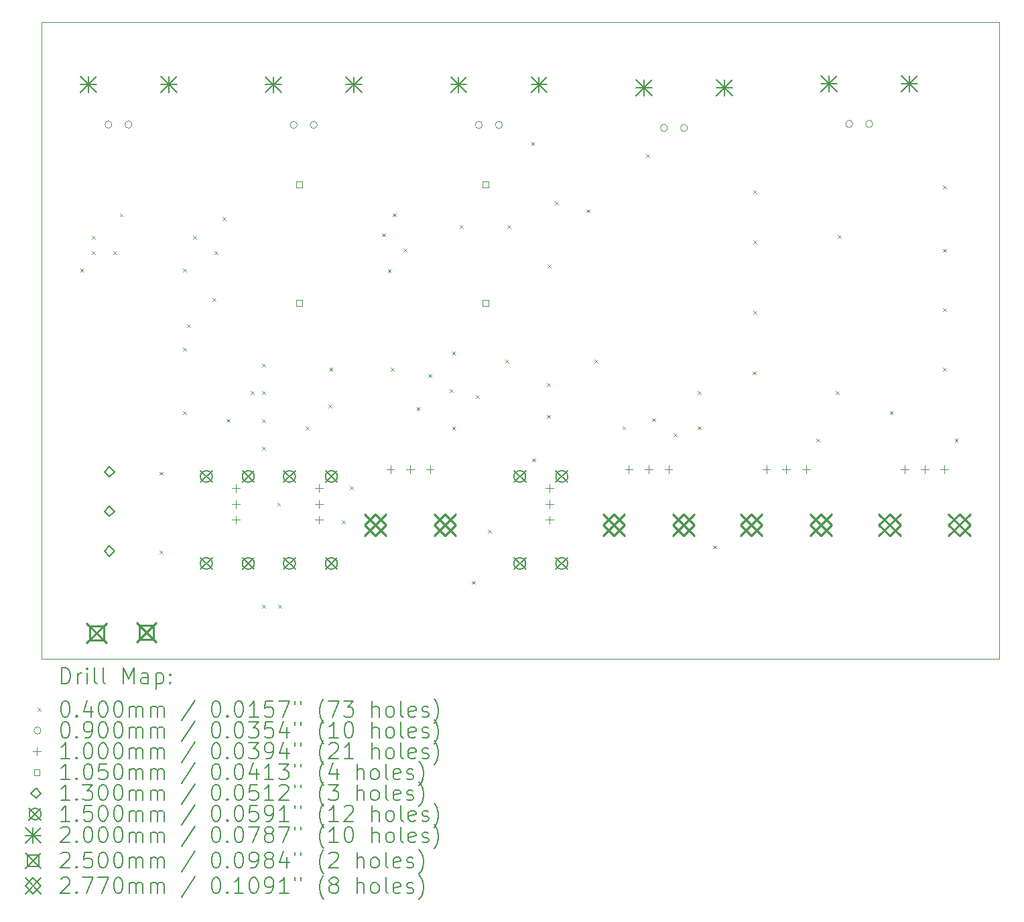
<source format=gbr>
%TF.GenerationSoftware,KiCad,Pcbnew,8.0.5*%
%TF.CreationDate,2024-10-09T14:13:20+02:00*%
%TF.ProjectId,ElectronicVdP,456c6563-7472-46f6-9e69-635664502e6b,v 1.0*%
%TF.SameCoordinates,Original*%
%TF.FileFunction,Drillmap*%
%TF.FilePolarity,Positive*%
%FSLAX45Y45*%
G04 Gerber Fmt 4.5, Leading zero omitted, Abs format (unit mm)*
G04 Created by KiCad (PCBNEW 8.0.5) date 2024-10-09 14:13:20*
%MOMM*%
%LPD*%
G01*
G04 APERTURE LIST*
%ADD10C,0.100000*%
%ADD11C,0.200000*%
%ADD12C,0.105000*%
%ADD13C,0.130000*%
%ADD14C,0.150000*%
%ADD15C,0.250000*%
%ADD16C,0.277000*%
G04 APERTURE END LIST*
D10*
X4741000Y-7616000D02*
X16843000Y-7616000D01*
X16843000Y-15661500D01*
X4741000Y-15661500D01*
X4741000Y-7616000D01*
D11*
D10*
X5230000Y-10730000D02*
X5270000Y-10770000D01*
X5270000Y-10730000D02*
X5230000Y-10770000D01*
X5378985Y-10316500D02*
X5418985Y-10356500D01*
X5418985Y-10316500D02*
X5378985Y-10356500D01*
X5378985Y-10506500D02*
X5418985Y-10546500D01*
X5418985Y-10506500D02*
X5378985Y-10546500D01*
X5652035Y-10506500D02*
X5692035Y-10546500D01*
X5692035Y-10506500D02*
X5652035Y-10546500D01*
X5730000Y-10030000D02*
X5770000Y-10070000D01*
X5770000Y-10030000D02*
X5730000Y-10070000D01*
X6232500Y-13298000D02*
X6272500Y-13338000D01*
X6272500Y-13298000D02*
X6232500Y-13338000D01*
X6232500Y-14291500D02*
X6272500Y-14331500D01*
X6272500Y-14291500D02*
X6232500Y-14331500D01*
X6530000Y-10730000D02*
X6570000Y-10770000D01*
X6570000Y-10730000D02*
X6530000Y-10770000D01*
X6530000Y-11730000D02*
X6570000Y-11770000D01*
X6570000Y-11730000D02*
X6530000Y-11770000D01*
X6530000Y-12530000D02*
X6570000Y-12570000D01*
X6570000Y-12530000D02*
X6530000Y-12570000D01*
X6580000Y-11430000D02*
X6620000Y-11470000D01*
X6620000Y-11430000D02*
X6580000Y-11470000D01*
X6656955Y-10316500D02*
X6696955Y-10356500D01*
X6696955Y-10316500D02*
X6656955Y-10356500D01*
X6905000Y-11105000D02*
X6945000Y-11145000D01*
X6945000Y-11105000D02*
X6905000Y-11145000D01*
X6930005Y-10506500D02*
X6970005Y-10546500D01*
X6970005Y-10506500D02*
X6930005Y-10546500D01*
X7030000Y-10080000D02*
X7070000Y-10120000D01*
X7070000Y-10080000D02*
X7030000Y-10120000D01*
X7080000Y-12630000D02*
X7120000Y-12670000D01*
X7120000Y-12630000D02*
X7080000Y-12670000D01*
X7385000Y-12281667D02*
X7425000Y-12321667D01*
X7425000Y-12281667D02*
X7385000Y-12321667D01*
X7530000Y-11930000D02*
X7570000Y-11970000D01*
X7570000Y-11930000D02*
X7530000Y-11970000D01*
X7530000Y-12281667D02*
X7570000Y-12321667D01*
X7570000Y-12281667D02*
X7530000Y-12321667D01*
X7530000Y-12633333D02*
X7570000Y-12673333D01*
X7570000Y-12633333D02*
X7530000Y-12673333D01*
X7530000Y-12980000D02*
X7570000Y-13020000D01*
X7570000Y-12980000D02*
X7530000Y-13020000D01*
X7530000Y-14980000D02*
X7570000Y-15020000D01*
X7570000Y-14980000D02*
X7530000Y-15020000D01*
X7720000Y-13687500D02*
X7760000Y-13727500D01*
X7760000Y-13687500D02*
X7720000Y-13727500D01*
X7730000Y-14980000D02*
X7770000Y-15020000D01*
X7770000Y-14980000D02*
X7730000Y-15020000D01*
X8080000Y-12730000D02*
X8120000Y-12770000D01*
X8120000Y-12730000D02*
X8080000Y-12770000D01*
X8366525Y-12446500D02*
X8406525Y-12486500D01*
X8406525Y-12446500D02*
X8366525Y-12486500D01*
X8380000Y-11980000D02*
X8420000Y-12020000D01*
X8420000Y-11980000D02*
X8380000Y-12020000D01*
X8540000Y-13910000D02*
X8580000Y-13950000D01*
X8580000Y-13910000D02*
X8540000Y-13950000D01*
X8640000Y-13480000D02*
X8680000Y-13520000D01*
X8680000Y-13480000D02*
X8640000Y-13520000D01*
X9043475Y-10285000D02*
X9083475Y-10325000D01*
X9083475Y-10285000D02*
X9043475Y-10325000D01*
X9116500Y-10738000D02*
X9156500Y-10778000D01*
X9156500Y-10738000D02*
X9116500Y-10778000D01*
X9152500Y-11981500D02*
X9192500Y-12021500D01*
X9192500Y-11981500D02*
X9152500Y-12021500D01*
X9180000Y-10030000D02*
X9220000Y-10070000D01*
X9220000Y-10030000D02*
X9180000Y-10070000D01*
X9316525Y-10475000D02*
X9356525Y-10515000D01*
X9356525Y-10475000D02*
X9316525Y-10515000D01*
X9480000Y-12480000D02*
X9520000Y-12520000D01*
X9520000Y-12480000D02*
X9480000Y-12520000D01*
X9630005Y-12063500D02*
X9670005Y-12103500D01*
X9670005Y-12063500D02*
X9630005Y-12103500D01*
X9903055Y-12253500D02*
X9943055Y-12293500D01*
X9943055Y-12253500D02*
X9903055Y-12293500D01*
X9930000Y-11780000D02*
X9970000Y-11820000D01*
X9970000Y-11780000D02*
X9930000Y-11820000D01*
X9930000Y-12730000D02*
X9970000Y-12770000D01*
X9970000Y-12730000D02*
X9930000Y-12770000D01*
X10030000Y-10180000D02*
X10070000Y-10220000D01*
X10070000Y-10180000D02*
X10030000Y-10220000D01*
X10180000Y-14680000D02*
X10220000Y-14720000D01*
X10220000Y-14680000D02*
X10180000Y-14720000D01*
X10230000Y-12330000D02*
X10270000Y-12370000D01*
X10270000Y-12330000D02*
X10230000Y-12370000D01*
X10380000Y-14030000D02*
X10420000Y-14070000D01*
X10420000Y-14030000D02*
X10380000Y-14070000D01*
X10602500Y-11880000D02*
X10642500Y-11920000D01*
X10642500Y-11880000D02*
X10602500Y-11920000D01*
X10630000Y-10180000D02*
X10670000Y-10220000D01*
X10670000Y-10180000D02*
X10630000Y-10220000D01*
X10930000Y-9130000D02*
X10970000Y-9170000D01*
X10970000Y-9130000D02*
X10930000Y-9170000D01*
X10940000Y-13130000D02*
X10980000Y-13170000D01*
X10980000Y-13130000D02*
X10940000Y-13170000D01*
X11130000Y-12180000D02*
X11170000Y-12220000D01*
X11170000Y-12180000D02*
X11130000Y-12220000D01*
X11130000Y-12580000D02*
X11170000Y-12620000D01*
X11170000Y-12580000D02*
X11130000Y-12620000D01*
X11134970Y-10680000D02*
X11174970Y-10720000D01*
X11174970Y-10680000D02*
X11134970Y-10720000D01*
X11230000Y-9880000D02*
X11270000Y-9920000D01*
X11270000Y-9880000D02*
X11230000Y-9920000D01*
X11630000Y-9980000D02*
X11670000Y-10020000D01*
X11670000Y-9980000D02*
X11630000Y-10020000D01*
X11730000Y-11880000D02*
X11770000Y-11920000D01*
X11770000Y-11880000D02*
X11730000Y-11920000D01*
X12080000Y-12722500D02*
X12120000Y-12762500D01*
X12120000Y-12722500D02*
X12080000Y-12762500D01*
X12380000Y-9280000D02*
X12420000Y-9320000D01*
X12420000Y-9280000D02*
X12380000Y-9320000D01*
X12456955Y-12622500D02*
X12496955Y-12662500D01*
X12496955Y-12622500D02*
X12456955Y-12662500D01*
X12730005Y-12812500D02*
X12770005Y-12852500D01*
X12770005Y-12812500D02*
X12730005Y-12852500D01*
X13030000Y-12280000D02*
X13070000Y-12320000D01*
X13070000Y-12280000D02*
X13030000Y-12320000D01*
X13030000Y-12722500D02*
X13070000Y-12762500D01*
X13070000Y-12722500D02*
X13030000Y-12762500D01*
X13230000Y-14230000D02*
X13270000Y-14270000D01*
X13270000Y-14230000D02*
X13230000Y-14270000D01*
X13730000Y-12030000D02*
X13770000Y-12070000D01*
X13770000Y-12030000D02*
X13730000Y-12070000D01*
X13738000Y-9736000D02*
X13778000Y-9776000D01*
X13778000Y-9736000D02*
X13738000Y-9776000D01*
X13738000Y-10371000D02*
X13778000Y-10411000D01*
X13778000Y-10371000D02*
X13738000Y-10411000D01*
X13738000Y-11260000D02*
X13778000Y-11300000D01*
X13778000Y-11260000D02*
X13738000Y-11300000D01*
X14530000Y-12880000D02*
X14570000Y-12920000D01*
X14570000Y-12880000D02*
X14530000Y-12920000D01*
X14780000Y-12280000D02*
X14820000Y-12320000D01*
X14820000Y-12280000D02*
X14780000Y-12320000D01*
X14805000Y-10305000D02*
X14845000Y-10345000D01*
X14845000Y-10305000D02*
X14805000Y-10345000D01*
X15457500Y-12530000D02*
X15497500Y-12570000D01*
X15497500Y-12530000D02*
X15457500Y-12570000D01*
X16130000Y-9680000D02*
X16170000Y-9720000D01*
X16170000Y-9680000D02*
X16130000Y-9720000D01*
X16130000Y-10480000D02*
X16170000Y-10520000D01*
X16170000Y-10480000D02*
X16130000Y-10520000D01*
X16130000Y-11230000D02*
X16170000Y-11270000D01*
X16170000Y-11230000D02*
X16130000Y-11270000D01*
X16130000Y-11980000D02*
X16170000Y-12020000D01*
X16170000Y-11980000D02*
X16130000Y-12020000D01*
X16280000Y-12880000D02*
X16320000Y-12920000D01*
X16320000Y-12880000D02*
X16280000Y-12920000D01*
X5633000Y-8908000D02*
G75*
G02*
X5543000Y-8908000I-45000J0D01*
G01*
X5543000Y-8908000D02*
G75*
G02*
X5633000Y-8908000I45000J0D01*
G01*
X5887000Y-8908000D02*
G75*
G02*
X5797000Y-8908000I-45000J0D01*
G01*
X5797000Y-8908000D02*
G75*
G02*
X5887000Y-8908000I45000J0D01*
G01*
X7972500Y-8912000D02*
G75*
G02*
X7882500Y-8912000I-45000J0D01*
G01*
X7882500Y-8912000D02*
G75*
G02*
X7972500Y-8912000I45000J0D01*
G01*
X8226500Y-8912000D02*
G75*
G02*
X8136500Y-8912000I-45000J0D01*
G01*
X8136500Y-8912000D02*
G75*
G02*
X8226500Y-8912000I45000J0D01*
G01*
X10312000Y-8912000D02*
G75*
G02*
X10222000Y-8912000I-45000J0D01*
G01*
X10222000Y-8912000D02*
G75*
G02*
X10312000Y-8912000I45000J0D01*
G01*
X10566000Y-8912000D02*
G75*
G02*
X10476000Y-8912000I-45000J0D01*
G01*
X10476000Y-8912000D02*
G75*
G02*
X10566000Y-8912000I45000J0D01*
G01*
X12651500Y-8950000D02*
G75*
G02*
X12561500Y-8950000I-45000J0D01*
G01*
X12561500Y-8950000D02*
G75*
G02*
X12651500Y-8950000I45000J0D01*
G01*
X12905500Y-8950000D02*
G75*
G02*
X12815500Y-8950000I-45000J0D01*
G01*
X12815500Y-8950000D02*
G75*
G02*
X12905500Y-8950000I45000J0D01*
G01*
X14991000Y-8900000D02*
G75*
G02*
X14901000Y-8900000I-45000J0D01*
G01*
X14901000Y-8900000D02*
G75*
G02*
X14991000Y-8900000I45000J0D01*
G01*
X15245000Y-8900000D02*
G75*
G02*
X15155000Y-8900000I-45000J0D01*
G01*
X15155000Y-8900000D02*
G75*
G02*
X15245000Y-8900000I45000J0D01*
G01*
X7200000Y-13457500D02*
X7200000Y-13557500D01*
X7150000Y-13507500D02*
X7250000Y-13507500D01*
X7200000Y-13657500D02*
X7200000Y-13757500D01*
X7150000Y-13707500D02*
X7250000Y-13707500D01*
X7200000Y-13857500D02*
X7200000Y-13957500D01*
X7150000Y-13907500D02*
X7250000Y-13907500D01*
X8250000Y-13457500D02*
X8250000Y-13557500D01*
X8200000Y-13507500D02*
X8300000Y-13507500D01*
X8250000Y-13657500D02*
X8250000Y-13757500D01*
X8200000Y-13707500D02*
X8300000Y-13707500D01*
X8250000Y-13857500D02*
X8250000Y-13957500D01*
X8200000Y-13907500D02*
X8300000Y-13907500D01*
X9150000Y-13220000D02*
X9150000Y-13320000D01*
X9100000Y-13270000D02*
X9200000Y-13270000D01*
X9400000Y-13220000D02*
X9400000Y-13320000D01*
X9350000Y-13270000D02*
X9450000Y-13270000D01*
X9650000Y-13220000D02*
X9650000Y-13320000D01*
X9600000Y-13270000D02*
X9700000Y-13270000D01*
X11160000Y-13457500D02*
X11160000Y-13557500D01*
X11110000Y-13507500D02*
X11210000Y-13507500D01*
X11160000Y-13657500D02*
X11160000Y-13757500D01*
X11110000Y-13707500D02*
X11210000Y-13707500D01*
X11160000Y-13857500D02*
X11160000Y-13957500D01*
X11110000Y-13907500D02*
X11210000Y-13907500D01*
X12163500Y-13220000D02*
X12163500Y-13320000D01*
X12113500Y-13270000D02*
X12213500Y-13270000D01*
X12413500Y-13220000D02*
X12413500Y-13320000D01*
X12363500Y-13270000D02*
X12463500Y-13270000D01*
X12663500Y-13220000D02*
X12663500Y-13320000D01*
X12613500Y-13270000D02*
X12713500Y-13270000D01*
X13900000Y-13220000D02*
X13900000Y-13320000D01*
X13850000Y-13270000D02*
X13950000Y-13270000D01*
X14150000Y-13220000D02*
X14150000Y-13320000D01*
X14100000Y-13270000D02*
X14200000Y-13270000D01*
X14400000Y-13220000D02*
X14400000Y-13320000D01*
X14350000Y-13270000D02*
X14450000Y-13270000D01*
X15650000Y-13220000D02*
X15650000Y-13320000D01*
X15600000Y-13270000D02*
X15700000Y-13270000D01*
X15900000Y-13220000D02*
X15900000Y-13320000D01*
X15850000Y-13270000D02*
X15950000Y-13270000D01*
X16150000Y-13220000D02*
X16150000Y-13320000D01*
X16100000Y-13270000D02*
X16200000Y-13270000D01*
D12*
X8038123Y-9701124D02*
X8038123Y-9626877D01*
X7963876Y-9626877D01*
X7963876Y-9701124D01*
X8038123Y-9701124D01*
X8038123Y-11201123D02*
X8038123Y-11126877D01*
X7963876Y-11126877D01*
X7963876Y-11201123D01*
X8038123Y-11201123D01*
X10387624Y-9701124D02*
X10387624Y-9626877D01*
X10313377Y-9626877D01*
X10313377Y-9701124D01*
X10387624Y-9701124D01*
X10387624Y-11201123D02*
X10387624Y-11126877D01*
X10313377Y-11126877D01*
X10313377Y-11201123D01*
X10387624Y-11201123D01*
D13*
X5600000Y-13365000D02*
X5665000Y-13300000D01*
X5600000Y-13235000D01*
X5535000Y-13300000D01*
X5600000Y-13365000D01*
X5600000Y-13865000D02*
X5665000Y-13800000D01*
X5600000Y-13735000D01*
X5535000Y-13800000D01*
X5600000Y-13865000D01*
X5600000Y-14365000D02*
X5665000Y-14300000D01*
X5600000Y-14235000D01*
X5535000Y-14300000D01*
X5600000Y-14365000D01*
D14*
X6750000Y-13282500D02*
X6900000Y-13432500D01*
X6900000Y-13282500D02*
X6750000Y-13432500D01*
X6900000Y-13357500D02*
G75*
G02*
X6750000Y-13357500I-75000J0D01*
G01*
X6750000Y-13357500D02*
G75*
G02*
X6900000Y-13357500I75000J0D01*
G01*
X6750000Y-14382500D02*
X6900000Y-14532500D01*
X6900000Y-14382500D02*
X6750000Y-14532500D01*
X6900000Y-14457500D02*
G75*
G02*
X6750000Y-14457500I-75000J0D01*
G01*
X6750000Y-14457500D02*
G75*
G02*
X6900000Y-14457500I75000J0D01*
G01*
X7280000Y-13282500D02*
X7430000Y-13432500D01*
X7430000Y-13282500D02*
X7280000Y-13432500D01*
X7430000Y-13357500D02*
G75*
G02*
X7280000Y-13357500I-75000J0D01*
G01*
X7280000Y-13357500D02*
G75*
G02*
X7430000Y-13357500I75000J0D01*
G01*
X7280000Y-14382500D02*
X7430000Y-14532500D01*
X7430000Y-14382500D02*
X7280000Y-14532500D01*
X7430000Y-14457500D02*
G75*
G02*
X7280000Y-14457500I-75000J0D01*
G01*
X7280000Y-14457500D02*
G75*
G02*
X7430000Y-14457500I75000J0D01*
G01*
X7800000Y-13282500D02*
X7950000Y-13432500D01*
X7950000Y-13282500D02*
X7800000Y-13432500D01*
X7950000Y-13357500D02*
G75*
G02*
X7800000Y-13357500I-75000J0D01*
G01*
X7800000Y-13357500D02*
G75*
G02*
X7950000Y-13357500I75000J0D01*
G01*
X7800000Y-14382500D02*
X7950000Y-14532500D01*
X7950000Y-14382500D02*
X7800000Y-14532500D01*
X7950000Y-14457500D02*
G75*
G02*
X7800000Y-14457500I-75000J0D01*
G01*
X7800000Y-14457500D02*
G75*
G02*
X7950000Y-14457500I75000J0D01*
G01*
X8330000Y-13282500D02*
X8480000Y-13432500D01*
X8480000Y-13282500D02*
X8330000Y-13432500D01*
X8480000Y-13357500D02*
G75*
G02*
X8330000Y-13357500I-75000J0D01*
G01*
X8330000Y-13357500D02*
G75*
G02*
X8480000Y-13357500I75000J0D01*
G01*
X8330000Y-14382500D02*
X8480000Y-14532500D01*
X8480000Y-14382500D02*
X8330000Y-14532500D01*
X8480000Y-14457500D02*
G75*
G02*
X8330000Y-14457500I-75000J0D01*
G01*
X8330000Y-14457500D02*
G75*
G02*
X8480000Y-14457500I75000J0D01*
G01*
X10710000Y-13282500D02*
X10860000Y-13432500D01*
X10860000Y-13282500D02*
X10710000Y-13432500D01*
X10860000Y-13357500D02*
G75*
G02*
X10710000Y-13357500I-75000J0D01*
G01*
X10710000Y-13357500D02*
G75*
G02*
X10860000Y-13357500I75000J0D01*
G01*
X10710000Y-14382500D02*
X10860000Y-14532500D01*
X10860000Y-14382500D02*
X10710000Y-14532500D01*
X10860000Y-14457500D02*
G75*
G02*
X10710000Y-14457500I-75000J0D01*
G01*
X10710000Y-14457500D02*
G75*
G02*
X10860000Y-14457500I75000J0D01*
G01*
X11240000Y-13282500D02*
X11390000Y-13432500D01*
X11390000Y-13282500D02*
X11240000Y-13432500D01*
X11390000Y-13357500D02*
G75*
G02*
X11240000Y-13357500I-75000J0D01*
G01*
X11240000Y-13357500D02*
G75*
G02*
X11390000Y-13357500I75000J0D01*
G01*
X11240000Y-14382500D02*
X11390000Y-14532500D01*
X11390000Y-14382500D02*
X11240000Y-14532500D01*
X11390000Y-14457500D02*
G75*
G02*
X11240000Y-14457500I-75000J0D01*
G01*
X11240000Y-14457500D02*
G75*
G02*
X11390000Y-14457500I75000J0D01*
G01*
D11*
X5234000Y-8300000D02*
X5434000Y-8500000D01*
X5434000Y-8300000D02*
X5234000Y-8500000D01*
X5334000Y-8300000D02*
X5334000Y-8500000D01*
X5234000Y-8400000D02*
X5434000Y-8400000D01*
X6250000Y-8300000D02*
X6450000Y-8500000D01*
X6450000Y-8300000D02*
X6250000Y-8500000D01*
X6350000Y-8300000D02*
X6350000Y-8500000D01*
X6250000Y-8400000D02*
X6450000Y-8400000D01*
X7573500Y-8304000D02*
X7773500Y-8504000D01*
X7773500Y-8304000D02*
X7573500Y-8504000D01*
X7673500Y-8304000D02*
X7673500Y-8504000D01*
X7573500Y-8404000D02*
X7773500Y-8404000D01*
X8589500Y-8304000D02*
X8789500Y-8504000D01*
X8789500Y-8304000D02*
X8589500Y-8504000D01*
X8689500Y-8304000D02*
X8689500Y-8504000D01*
X8589500Y-8404000D02*
X8789500Y-8404000D01*
X9913000Y-8304000D02*
X10113000Y-8504000D01*
X10113000Y-8304000D02*
X9913000Y-8504000D01*
X10013000Y-8304000D02*
X10013000Y-8504000D01*
X9913000Y-8404000D02*
X10113000Y-8404000D01*
X10929000Y-8304000D02*
X11129000Y-8504000D01*
X11129000Y-8304000D02*
X10929000Y-8504000D01*
X11029000Y-8304000D02*
X11029000Y-8504000D01*
X10929000Y-8404000D02*
X11129000Y-8404000D01*
X12252500Y-8342000D02*
X12452500Y-8542000D01*
X12452500Y-8342000D02*
X12252500Y-8542000D01*
X12352500Y-8342000D02*
X12352500Y-8542000D01*
X12252500Y-8442000D02*
X12452500Y-8442000D01*
X13268500Y-8342000D02*
X13468500Y-8542000D01*
X13468500Y-8342000D02*
X13268500Y-8542000D01*
X13368500Y-8342000D02*
X13368500Y-8542000D01*
X13268500Y-8442000D02*
X13468500Y-8442000D01*
X14592000Y-8292000D02*
X14792000Y-8492000D01*
X14792000Y-8292000D02*
X14592000Y-8492000D01*
X14692000Y-8292000D02*
X14692000Y-8492000D01*
X14592000Y-8392000D02*
X14792000Y-8392000D01*
X15608000Y-8292000D02*
X15808000Y-8492000D01*
X15808000Y-8292000D02*
X15608000Y-8492000D01*
X15708000Y-8292000D02*
X15708000Y-8492000D01*
X15608000Y-8392000D02*
X15808000Y-8392000D01*
D15*
X5313000Y-15212800D02*
X5563000Y-15462800D01*
X5563000Y-15212800D02*
X5313000Y-15462800D01*
X5526389Y-15426189D02*
X5526389Y-15249411D01*
X5349611Y-15249411D01*
X5349611Y-15426189D01*
X5526389Y-15426189D01*
X5943250Y-15206800D02*
X6193250Y-15456800D01*
X6193250Y-15206800D02*
X5943250Y-15456800D01*
X6156639Y-15420189D02*
X6156639Y-15243411D01*
X5979861Y-15243411D01*
X5979861Y-15420189D01*
X6156639Y-15420189D01*
D16*
X8821500Y-13831500D02*
X9098500Y-14108500D01*
X9098500Y-13831500D02*
X8821500Y-14108500D01*
X8960000Y-14108500D02*
X9098500Y-13970000D01*
X8960000Y-13831500D01*
X8821500Y-13970000D01*
X8960000Y-14108500D01*
X9701500Y-13831500D02*
X9978500Y-14108500D01*
X9978500Y-13831500D02*
X9701500Y-14108500D01*
X9840000Y-14108500D02*
X9978500Y-13970000D01*
X9840000Y-13831500D01*
X9701500Y-13970000D01*
X9840000Y-14108500D01*
X11835000Y-13831500D02*
X12112000Y-14108500D01*
X12112000Y-13831500D02*
X11835000Y-14108500D01*
X11973500Y-14108500D02*
X12112000Y-13970000D01*
X11973500Y-13831500D01*
X11835000Y-13970000D01*
X11973500Y-14108500D01*
X12715000Y-13831500D02*
X12992000Y-14108500D01*
X12992000Y-13831500D02*
X12715000Y-14108500D01*
X12853500Y-14108500D02*
X12992000Y-13970000D01*
X12853500Y-13831500D01*
X12715000Y-13970000D01*
X12853500Y-14108500D01*
X13571500Y-13831500D02*
X13848500Y-14108500D01*
X13848500Y-13831500D02*
X13571500Y-14108500D01*
X13710000Y-14108500D02*
X13848500Y-13970000D01*
X13710000Y-13831500D01*
X13571500Y-13970000D01*
X13710000Y-14108500D01*
X14451500Y-13831500D02*
X14728500Y-14108500D01*
X14728500Y-13831500D02*
X14451500Y-14108500D01*
X14590000Y-14108500D02*
X14728500Y-13970000D01*
X14590000Y-13831500D01*
X14451500Y-13970000D01*
X14590000Y-14108500D01*
X15321500Y-13831500D02*
X15598500Y-14108500D01*
X15598500Y-13831500D02*
X15321500Y-14108500D01*
X15460000Y-14108500D02*
X15598500Y-13970000D01*
X15460000Y-13831500D01*
X15321500Y-13970000D01*
X15460000Y-14108500D01*
X16201500Y-13831500D02*
X16478500Y-14108500D01*
X16478500Y-13831500D02*
X16201500Y-14108500D01*
X16340000Y-14108500D02*
X16478500Y-13970000D01*
X16340000Y-13831500D01*
X16201500Y-13970000D01*
X16340000Y-14108500D01*
D11*
X4996777Y-15977984D02*
X4996777Y-15777984D01*
X4996777Y-15777984D02*
X5044396Y-15777984D01*
X5044396Y-15777984D02*
X5072967Y-15787508D01*
X5072967Y-15787508D02*
X5092015Y-15806555D01*
X5092015Y-15806555D02*
X5101539Y-15825603D01*
X5101539Y-15825603D02*
X5111063Y-15863698D01*
X5111063Y-15863698D02*
X5111063Y-15892269D01*
X5111063Y-15892269D02*
X5101539Y-15930365D01*
X5101539Y-15930365D02*
X5092015Y-15949412D01*
X5092015Y-15949412D02*
X5072967Y-15968460D01*
X5072967Y-15968460D02*
X5044396Y-15977984D01*
X5044396Y-15977984D02*
X4996777Y-15977984D01*
X5196777Y-15977984D02*
X5196777Y-15844650D01*
X5196777Y-15882746D02*
X5206301Y-15863698D01*
X5206301Y-15863698D02*
X5215824Y-15854174D01*
X5215824Y-15854174D02*
X5234872Y-15844650D01*
X5234872Y-15844650D02*
X5253920Y-15844650D01*
X5320586Y-15977984D02*
X5320586Y-15844650D01*
X5320586Y-15777984D02*
X5311063Y-15787508D01*
X5311063Y-15787508D02*
X5320586Y-15797031D01*
X5320586Y-15797031D02*
X5330110Y-15787508D01*
X5330110Y-15787508D02*
X5320586Y-15777984D01*
X5320586Y-15777984D02*
X5320586Y-15797031D01*
X5444396Y-15977984D02*
X5425348Y-15968460D01*
X5425348Y-15968460D02*
X5415824Y-15949412D01*
X5415824Y-15949412D02*
X5415824Y-15777984D01*
X5549158Y-15977984D02*
X5530110Y-15968460D01*
X5530110Y-15968460D02*
X5520586Y-15949412D01*
X5520586Y-15949412D02*
X5520586Y-15777984D01*
X5777729Y-15977984D02*
X5777729Y-15777984D01*
X5777729Y-15777984D02*
X5844396Y-15920841D01*
X5844396Y-15920841D02*
X5911062Y-15777984D01*
X5911062Y-15777984D02*
X5911062Y-15977984D01*
X6092015Y-15977984D02*
X6092015Y-15873222D01*
X6092015Y-15873222D02*
X6082491Y-15854174D01*
X6082491Y-15854174D02*
X6063443Y-15844650D01*
X6063443Y-15844650D02*
X6025348Y-15844650D01*
X6025348Y-15844650D02*
X6006301Y-15854174D01*
X6092015Y-15968460D02*
X6072967Y-15977984D01*
X6072967Y-15977984D02*
X6025348Y-15977984D01*
X6025348Y-15977984D02*
X6006301Y-15968460D01*
X6006301Y-15968460D02*
X5996777Y-15949412D01*
X5996777Y-15949412D02*
X5996777Y-15930365D01*
X5996777Y-15930365D02*
X6006301Y-15911317D01*
X6006301Y-15911317D02*
X6025348Y-15901793D01*
X6025348Y-15901793D02*
X6072967Y-15901793D01*
X6072967Y-15901793D02*
X6092015Y-15892269D01*
X6187253Y-15844650D02*
X6187253Y-16044650D01*
X6187253Y-15854174D02*
X6206301Y-15844650D01*
X6206301Y-15844650D02*
X6244396Y-15844650D01*
X6244396Y-15844650D02*
X6263443Y-15854174D01*
X6263443Y-15854174D02*
X6272967Y-15863698D01*
X6272967Y-15863698D02*
X6282491Y-15882746D01*
X6282491Y-15882746D02*
X6282491Y-15939888D01*
X6282491Y-15939888D02*
X6272967Y-15958936D01*
X6272967Y-15958936D02*
X6263443Y-15968460D01*
X6263443Y-15968460D02*
X6244396Y-15977984D01*
X6244396Y-15977984D02*
X6206301Y-15977984D01*
X6206301Y-15977984D02*
X6187253Y-15968460D01*
X6368205Y-15958936D02*
X6377729Y-15968460D01*
X6377729Y-15968460D02*
X6368205Y-15977984D01*
X6368205Y-15977984D02*
X6358682Y-15968460D01*
X6358682Y-15968460D02*
X6368205Y-15958936D01*
X6368205Y-15958936D02*
X6368205Y-15977984D01*
X6368205Y-15854174D02*
X6377729Y-15863698D01*
X6377729Y-15863698D02*
X6368205Y-15873222D01*
X6368205Y-15873222D02*
X6358682Y-15863698D01*
X6358682Y-15863698D02*
X6368205Y-15854174D01*
X6368205Y-15854174D02*
X6368205Y-15873222D01*
D10*
X4696000Y-16286500D02*
X4736000Y-16326500D01*
X4736000Y-16286500D02*
X4696000Y-16326500D01*
D11*
X5034872Y-16197984D02*
X5053920Y-16197984D01*
X5053920Y-16197984D02*
X5072967Y-16207508D01*
X5072967Y-16207508D02*
X5082491Y-16217031D01*
X5082491Y-16217031D02*
X5092015Y-16236079D01*
X5092015Y-16236079D02*
X5101539Y-16274174D01*
X5101539Y-16274174D02*
X5101539Y-16321793D01*
X5101539Y-16321793D02*
X5092015Y-16359888D01*
X5092015Y-16359888D02*
X5082491Y-16378936D01*
X5082491Y-16378936D02*
X5072967Y-16388460D01*
X5072967Y-16388460D02*
X5053920Y-16397984D01*
X5053920Y-16397984D02*
X5034872Y-16397984D01*
X5034872Y-16397984D02*
X5015824Y-16388460D01*
X5015824Y-16388460D02*
X5006301Y-16378936D01*
X5006301Y-16378936D02*
X4996777Y-16359888D01*
X4996777Y-16359888D02*
X4987253Y-16321793D01*
X4987253Y-16321793D02*
X4987253Y-16274174D01*
X4987253Y-16274174D02*
X4996777Y-16236079D01*
X4996777Y-16236079D02*
X5006301Y-16217031D01*
X5006301Y-16217031D02*
X5015824Y-16207508D01*
X5015824Y-16207508D02*
X5034872Y-16197984D01*
X5187253Y-16378936D02*
X5196777Y-16388460D01*
X5196777Y-16388460D02*
X5187253Y-16397984D01*
X5187253Y-16397984D02*
X5177729Y-16388460D01*
X5177729Y-16388460D02*
X5187253Y-16378936D01*
X5187253Y-16378936D02*
X5187253Y-16397984D01*
X5368205Y-16264650D02*
X5368205Y-16397984D01*
X5320586Y-16188460D02*
X5272967Y-16331317D01*
X5272967Y-16331317D02*
X5396777Y-16331317D01*
X5511063Y-16197984D02*
X5530110Y-16197984D01*
X5530110Y-16197984D02*
X5549158Y-16207508D01*
X5549158Y-16207508D02*
X5558682Y-16217031D01*
X5558682Y-16217031D02*
X5568205Y-16236079D01*
X5568205Y-16236079D02*
X5577729Y-16274174D01*
X5577729Y-16274174D02*
X5577729Y-16321793D01*
X5577729Y-16321793D02*
X5568205Y-16359888D01*
X5568205Y-16359888D02*
X5558682Y-16378936D01*
X5558682Y-16378936D02*
X5549158Y-16388460D01*
X5549158Y-16388460D02*
X5530110Y-16397984D01*
X5530110Y-16397984D02*
X5511063Y-16397984D01*
X5511063Y-16397984D02*
X5492015Y-16388460D01*
X5492015Y-16388460D02*
X5482491Y-16378936D01*
X5482491Y-16378936D02*
X5472967Y-16359888D01*
X5472967Y-16359888D02*
X5463444Y-16321793D01*
X5463444Y-16321793D02*
X5463444Y-16274174D01*
X5463444Y-16274174D02*
X5472967Y-16236079D01*
X5472967Y-16236079D02*
X5482491Y-16217031D01*
X5482491Y-16217031D02*
X5492015Y-16207508D01*
X5492015Y-16207508D02*
X5511063Y-16197984D01*
X5701539Y-16197984D02*
X5720586Y-16197984D01*
X5720586Y-16197984D02*
X5739634Y-16207508D01*
X5739634Y-16207508D02*
X5749158Y-16217031D01*
X5749158Y-16217031D02*
X5758682Y-16236079D01*
X5758682Y-16236079D02*
X5768205Y-16274174D01*
X5768205Y-16274174D02*
X5768205Y-16321793D01*
X5768205Y-16321793D02*
X5758682Y-16359888D01*
X5758682Y-16359888D02*
X5749158Y-16378936D01*
X5749158Y-16378936D02*
X5739634Y-16388460D01*
X5739634Y-16388460D02*
X5720586Y-16397984D01*
X5720586Y-16397984D02*
X5701539Y-16397984D01*
X5701539Y-16397984D02*
X5682491Y-16388460D01*
X5682491Y-16388460D02*
X5672967Y-16378936D01*
X5672967Y-16378936D02*
X5663443Y-16359888D01*
X5663443Y-16359888D02*
X5653920Y-16321793D01*
X5653920Y-16321793D02*
X5653920Y-16274174D01*
X5653920Y-16274174D02*
X5663443Y-16236079D01*
X5663443Y-16236079D02*
X5672967Y-16217031D01*
X5672967Y-16217031D02*
X5682491Y-16207508D01*
X5682491Y-16207508D02*
X5701539Y-16197984D01*
X5853920Y-16397984D02*
X5853920Y-16264650D01*
X5853920Y-16283698D02*
X5863443Y-16274174D01*
X5863443Y-16274174D02*
X5882491Y-16264650D01*
X5882491Y-16264650D02*
X5911063Y-16264650D01*
X5911063Y-16264650D02*
X5930110Y-16274174D01*
X5930110Y-16274174D02*
X5939634Y-16293222D01*
X5939634Y-16293222D02*
X5939634Y-16397984D01*
X5939634Y-16293222D02*
X5949158Y-16274174D01*
X5949158Y-16274174D02*
X5968205Y-16264650D01*
X5968205Y-16264650D02*
X5996777Y-16264650D01*
X5996777Y-16264650D02*
X6015824Y-16274174D01*
X6015824Y-16274174D02*
X6025348Y-16293222D01*
X6025348Y-16293222D02*
X6025348Y-16397984D01*
X6120586Y-16397984D02*
X6120586Y-16264650D01*
X6120586Y-16283698D02*
X6130110Y-16274174D01*
X6130110Y-16274174D02*
X6149158Y-16264650D01*
X6149158Y-16264650D02*
X6177729Y-16264650D01*
X6177729Y-16264650D02*
X6196777Y-16274174D01*
X6196777Y-16274174D02*
X6206301Y-16293222D01*
X6206301Y-16293222D02*
X6206301Y-16397984D01*
X6206301Y-16293222D02*
X6215824Y-16274174D01*
X6215824Y-16274174D02*
X6234872Y-16264650D01*
X6234872Y-16264650D02*
X6263443Y-16264650D01*
X6263443Y-16264650D02*
X6282491Y-16274174D01*
X6282491Y-16274174D02*
X6292015Y-16293222D01*
X6292015Y-16293222D02*
X6292015Y-16397984D01*
X6682491Y-16188460D02*
X6511063Y-16445603D01*
X6939634Y-16197984D02*
X6958682Y-16197984D01*
X6958682Y-16197984D02*
X6977729Y-16207508D01*
X6977729Y-16207508D02*
X6987253Y-16217031D01*
X6987253Y-16217031D02*
X6996777Y-16236079D01*
X6996777Y-16236079D02*
X7006301Y-16274174D01*
X7006301Y-16274174D02*
X7006301Y-16321793D01*
X7006301Y-16321793D02*
X6996777Y-16359888D01*
X6996777Y-16359888D02*
X6987253Y-16378936D01*
X6987253Y-16378936D02*
X6977729Y-16388460D01*
X6977729Y-16388460D02*
X6958682Y-16397984D01*
X6958682Y-16397984D02*
X6939634Y-16397984D01*
X6939634Y-16397984D02*
X6920586Y-16388460D01*
X6920586Y-16388460D02*
X6911063Y-16378936D01*
X6911063Y-16378936D02*
X6901539Y-16359888D01*
X6901539Y-16359888D02*
X6892015Y-16321793D01*
X6892015Y-16321793D02*
X6892015Y-16274174D01*
X6892015Y-16274174D02*
X6901539Y-16236079D01*
X6901539Y-16236079D02*
X6911063Y-16217031D01*
X6911063Y-16217031D02*
X6920586Y-16207508D01*
X6920586Y-16207508D02*
X6939634Y-16197984D01*
X7092015Y-16378936D02*
X7101539Y-16388460D01*
X7101539Y-16388460D02*
X7092015Y-16397984D01*
X7092015Y-16397984D02*
X7082491Y-16388460D01*
X7082491Y-16388460D02*
X7092015Y-16378936D01*
X7092015Y-16378936D02*
X7092015Y-16397984D01*
X7225348Y-16197984D02*
X7244396Y-16197984D01*
X7244396Y-16197984D02*
X7263444Y-16207508D01*
X7263444Y-16207508D02*
X7272967Y-16217031D01*
X7272967Y-16217031D02*
X7282491Y-16236079D01*
X7282491Y-16236079D02*
X7292015Y-16274174D01*
X7292015Y-16274174D02*
X7292015Y-16321793D01*
X7292015Y-16321793D02*
X7282491Y-16359888D01*
X7282491Y-16359888D02*
X7272967Y-16378936D01*
X7272967Y-16378936D02*
X7263444Y-16388460D01*
X7263444Y-16388460D02*
X7244396Y-16397984D01*
X7244396Y-16397984D02*
X7225348Y-16397984D01*
X7225348Y-16397984D02*
X7206301Y-16388460D01*
X7206301Y-16388460D02*
X7196777Y-16378936D01*
X7196777Y-16378936D02*
X7187253Y-16359888D01*
X7187253Y-16359888D02*
X7177729Y-16321793D01*
X7177729Y-16321793D02*
X7177729Y-16274174D01*
X7177729Y-16274174D02*
X7187253Y-16236079D01*
X7187253Y-16236079D02*
X7196777Y-16217031D01*
X7196777Y-16217031D02*
X7206301Y-16207508D01*
X7206301Y-16207508D02*
X7225348Y-16197984D01*
X7482491Y-16397984D02*
X7368206Y-16397984D01*
X7425348Y-16397984D02*
X7425348Y-16197984D01*
X7425348Y-16197984D02*
X7406301Y-16226555D01*
X7406301Y-16226555D02*
X7387253Y-16245603D01*
X7387253Y-16245603D02*
X7368206Y-16255127D01*
X7663444Y-16197984D02*
X7568206Y-16197984D01*
X7568206Y-16197984D02*
X7558682Y-16293222D01*
X7558682Y-16293222D02*
X7568206Y-16283698D01*
X7568206Y-16283698D02*
X7587253Y-16274174D01*
X7587253Y-16274174D02*
X7634872Y-16274174D01*
X7634872Y-16274174D02*
X7653920Y-16283698D01*
X7653920Y-16283698D02*
X7663444Y-16293222D01*
X7663444Y-16293222D02*
X7672967Y-16312269D01*
X7672967Y-16312269D02*
X7672967Y-16359888D01*
X7672967Y-16359888D02*
X7663444Y-16378936D01*
X7663444Y-16378936D02*
X7653920Y-16388460D01*
X7653920Y-16388460D02*
X7634872Y-16397984D01*
X7634872Y-16397984D02*
X7587253Y-16397984D01*
X7587253Y-16397984D02*
X7568206Y-16388460D01*
X7568206Y-16388460D02*
X7558682Y-16378936D01*
X7739634Y-16197984D02*
X7872967Y-16197984D01*
X7872967Y-16197984D02*
X7787253Y-16397984D01*
X7939634Y-16197984D02*
X7939634Y-16236079D01*
X8015825Y-16197984D02*
X8015825Y-16236079D01*
X8311063Y-16474174D02*
X8301539Y-16464650D01*
X8301539Y-16464650D02*
X8282491Y-16436079D01*
X8282491Y-16436079D02*
X8272968Y-16417031D01*
X8272968Y-16417031D02*
X8263444Y-16388460D01*
X8263444Y-16388460D02*
X8253920Y-16340841D01*
X8253920Y-16340841D02*
X8253920Y-16302746D01*
X8253920Y-16302746D02*
X8263444Y-16255127D01*
X8263444Y-16255127D02*
X8272968Y-16226555D01*
X8272968Y-16226555D02*
X8282491Y-16207508D01*
X8282491Y-16207508D02*
X8301539Y-16178936D01*
X8301539Y-16178936D02*
X8311063Y-16169412D01*
X8368206Y-16197984D02*
X8501539Y-16197984D01*
X8501539Y-16197984D02*
X8415825Y-16397984D01*
X8558682Y-16197984D02*
X8682491Y-16197984D01*
X8682491Y-16197984D02*
X8615825Y-16274174D01*
X8615825Y-16274174D02*
X8644396Y-16274174D01*
X8644396Y-16274174D02*
X8663444Y-16283698D01*
X8663444Y-16283698D02*
X8672968Y-16293222D01*
X8672968Y-16293222D02*
X8682491Y-16312269D01*
X8682491Y-16312269D02*
X8682491Y-16359888D01*
X8682491Y-16359888D02*
X8672968Y-16378936D01*
X8672968Y-16378936D02*
X8663444Y-16388460D01*
X8663444Y-16388460D02*
X8644396Y-16397984D01*
X8644396Y-16397984D02*
X8587253Y-16397984D01*
X8587253Y-16397984D02*
X8568206Y-16388460D01*
X8568206Y-16388460D02*
X8558682Y-16378936D01*
X8920587Y-16397984D02*
X8920587Y-16197984D01*
X9006301Y-16397984D02*
X9006301Y-16293222D01*
X9006301Y-16293222D02*
X8996777Y-16274174D01*
X8996777Y-16274174D02*
X8977730Y-16264650D01*
X8977730Y-16264650D02*
X8949158Y-16264650D01*
X8949158Y-16264650D02*
X8930111Y-16274174D01*
X8930111Y-16274174D02*
X8920587Y-16283698D01*
X9130111Y-16397984D02*
X9111063Y-16388460D01*
X9111063Y-16388460D02*
X9101539Y-16378936D01*
X9101539Y-16378936D02*
X9092015Y-16359888D01*
X9092015Y-16359888D02*
X9092015Y-16302746D01*
X9092015Y-16302746D02*
X9101539Y-16283698D01*
X9101539Y-16283698D02*
X9111063Y-16274174D01*
X9111063Y-16274174D02*
X9130111Y-16264650D01*
X9130111Y-16264650D02*
X9158682Y-16264650D01*
X9158682Y-16264650D02*
X9177730Y-16274174D01*
X9177730Y-16274174D02*
X9187253Y-16283698D01*
X9187253Y-16283698D02*
X9196777Y-16302746D01*
X9196777Y-16302746D02*
X9196777Y-16359888D01*
X9196777Y-16359888D02*
X9187253Y-16378936D01*
X9187253Y-16378936D02*
X9177730Y-16388460D01*
X9177730Y-16388460D02*
X9158682Y-16397984D01*
X9158682Y-16397984D02*
X9130111Y-16397984D01*
X9311063Y-16397984D02*
X9292015Y-16388460D01*
X9292015Y-16388460D02*
X9282492Y-16369412D01*
X9282492Y-16369412D02*
X9282492Y-16197984D01*
X9463444Y-16388460D02*
X9444396Y-16397984D01*
X9444396Y-16397984D02*
X9406301Y-16397984D01*
X9406301Y-16397984D02*
X9387253Y-16388460D01*
X9387253Y-16388460D02*
X9377730Y-16369412D01*
X9377730Y-16369412D02*
X9377730Y-16293222D01*
X9377730Y-16293222D02*
X9387253Y-16274174D01*
X9387253Y-16274174D02*
X9406301Y-16264650D01*
X9406301Y-16264650D02*
X9444396Y-16264650D01*
X9444396Y-16264650D02*
X9463444Y-16274174D01*
X9463444Y-16274174D02*
X9472968Y-16293222D01*
X9472968Y-16293222D02*
X9472968Y-16312269D01*
X9472968Y-16312269D02*
X9377730Y-16331317D01*
X9549158Y-16388460D02*
X9568206Y-16397984D01*
X9568206Y-16397984D02*
X9606301Y-16397984D01*
X9606301Y-16397984D02*
X9625349Y-16388460D01*
X9625349Y-16388460D02*
X9634873Y-16369412D01*
X9634873Y-16369412D02*
X9634873Y-16359888D01*
X9634873Y-16359888D02*
X9625349Y-16340841D01*
X9625349Y-16340841D02*
X9606301Y-16331317D01*
X9606301Y-16331317D02*
X9577730Y-16331317D01*
X9577730Y-16331317D02*
X9558682Y-16321793D01*
X9558682Y-16321793D02*
X9549158Y-16302746D01*
X9549158Y-16302746D02*
X9549158Y-16293222D01*
X9549158Y-16293222D02*
X9558682Y-16274174D01*
X9558682Y-16274174D02*
X9577730Y-16264650D01*
X9577730Y-16264650D02*
X9606301Y-16264650D01*
X9606301Y-16264650D02*
X9625349Y-16274174D01*
X9701539Y-16474174D02*
X9711063Y-16464650D01*
X9711063Y-16464650D02*
X9730111Y-16436079D01*
X9730111Y-16436079D02*
X9739634Y-16417031D01*
X9739634Y-16417031D02*
X9749158Y-16388460D01*
X9749158Y-16388460D02*
X9758682Y-16340841D01*
X9758682Y-16340841D02*
X9758682Y-16302746D01*
X9758682Y-16302746D02*
X9749158Y-16255127D01*
X9749158Y-16255127D02*
X9739634Y-16226555D01*
X9739634Y-16226555D02*
X9730111Y-16207508D01*
X9730111Y-16207508D02*
X9711063Y-16178936D01*
X9711063Y-16178936D02*
X9701539Y-16169412D01*
D10*
X4736000Y-16570500D02*
G75*
G02*
X4646000Y-16570500I-45000J0D01*
G01*
X4646000Y-16570500D02*
G75*
G02*
X4736000Y-16570500I45000J0D01*
G01*
D11*
X5034872Y-16461984D02*
X5053920Y-16461984D01*
X5053920Y-16461984D02*
X5072967Y-16471508D01*
X5072967Y-16471508D02*
X5082491Y-16481031D01*
X5082491Y-16481031D02*
X5092015Y-16500079D01*
X5092015Y-16500079D02*
X5101539Y-16538174D01*
X5101539Y-16538174D02*
X5101539Y-16585793D01*
X5101539Y-16585793D02*
X5092015Y-16623888D01*
X5092015Y-16623888D02*
X5082491Y-16642936D01*
X5082491Y-16642936D02*
X5072967Y-16652460D01*
X5072967Y-16652460D02*
X5053920Y-16661984D01*
X5053920Y-16661984D02*
X5034872Y-16661984D01*
X5034872Y-16661984D02*
X5015824Y-16652460D01*
X5015824Y-16652460D02*
X5006301Y-16642936D01*
X5006301Y-16642936D02*
X4996777Y-16623888D01*
X4996777Y-16623888D02*
X4987253Y-16585793D01*
X4987253Y-16585793D02*
X4987253Y-16538174D01*
X4987253Y-16538174D02*
X4996777Y-16500079D01*
X4996777Y-16500079D02*
X5006301Y-16481031D01*
X5006301Y-16481031D02*
X5015824Y-16471508D01*
X5015824Y-16471508D02*
X5034872Y-16461984D01*
X5187253Y-16642936D02*
X5196777Y-16652460D01*
X5196777Y-16652460D02*
X5187253Y-16661984D01*
X5187253Y-16661984D02*
X5177729Y-16652460D01*
X5177729Y-16652460D02*
X5187253Y-16642936D01*
X5187253Y-16642936D02*
X5187253Y-16661984D01*
X5292015Y-16661984D02*
X5330110Y-16661984D01*
X5330110Y-16661984D02*
X5349158Y-16652460D01*
X5349158Y-16652460D02*
X5358682Y-16642936D01*
X5358682Y-16642936D02*
X5377729Y-16614365D01*
X5377729Y-16614365D02*
X5387253Y-16576269D01*
X5387253Y-16576269D02*
X5387253Y-16500079D01*
X5387253Y-16500079D02*
X5377729Y-16481031D01*
X5377729Y-16481031D02*
X5368205Y-16471508D01*
X5368205Y-16471508D02*
X5349158Y-16461984D01*
X5349158Y-16461984D02*
X5311063Y-16461984D01*
X5311063Y-16461984D02*
X5292015Y-16471508D01*
X5292015Y-16471508D02*
X5282491Y-16481031D01*
X5282491Y-16481031D02*
X5272967Y-16500079D01*
X5272967Y-16500079D02*
X5272967Y-16547698D01*
X5272967Y-16547698D02*
X5282491Y-16566746D01*
X5282491Y-16566746D02*
X5292015Y-16576269D01*
X5292015Y-16576269D02*
X5311063Y-16585793D01*
X5311063Y-16585793D02*
X5349158Y-16585793D01*
X5349158Y-16585793D02*
X5368205Y-16576269D01*
X5368205Y-16576269D02*
X5377729Y-16566746D01*
X5377729Y-16566746D02*
X5387253Y-16547698D01*
X5511063Y-16461984D02*
X5530110Y-16461984D01*
X5530110Y-16461984D02*
X5549158Y-16471508D01*
X5549158Y-16471508D02*
X5558682Y-16481031D01*
X5558682Y-16481031D02*
X5568205Y-16500079D01*
X5568205Y-16500079D02*
X5577729Y-16538174D01*
X5577729Y-16538174D02*
X5577729Y-16585793D01*
X5577729Y-16585793D02*
X5568205Y-16623888D01*
X5568205Y-16623888D02*
X5558682Y-16642936D01*
X5558682Y-16642936D02*
X5549158Y-16652460D01*
X5549158Y-16652460D02*
X5530110Y-16661984D01*
X5530110Y-16661984D02*
X5511063Y-16661984D01*
X5511063Y-16661984D02*
X5492015Y-16652460D01*
X5492015Y-16652460D02*
X5482491Y-16642936D01*
X5482491Y-16642936D02*
X5472967Y-16623888D01*
X5472967Y-16623888D02*
X5463444Y-16585793D01*
X5463444Y-16585793D02*
X5463444Y-16538174D01*
X5463444Y-16538174D02*
X5472967Y-16500079D01*
X5472967Y-16500079D02*
X5482491Y-16481031D01*
X5482491Y-16481031D02*
X5492015Y-16471508D01*
X5492015Y-16471508D02*
X5511063Y-16461984D01*
X5701539Y-16461984D02*
X5720586Y-16461984D01*
X5720586Y-16461984D02*
X5739634Y-16471508D01*
X5739634Y-16471508D02*
X5749158Y-16481031D01*
X5749158Y-16481031D02*
X5758682Y-16500079D01*
X5758682Y-16500079D02*
X5768205Y-16538174D01*
X5768205Y-16538174D02*
X5768205Y-16585793D01*
X5768205Y-16585793D02*
X5758682Y-16623888D01*
X5758682Y-16623888D02*
X5749158Y-16642936D01*
X5749158Y-16642936D02*
X5739634Y-16652460D01*
X5739634Y-16652460D02*
X5720586Y-16661984D01*
X5720586Y-16661984D02*
X5701539Y-16661984D01*
X5701539Y-16661984D02*
X5682491Y-16652460D01*
X5682491Y-16652460D02*
X5672967Y-16642936D01*
X5672967Y-16642936D02*
X5663443Y-16623888D01*
X5663443Y-16623888D02*
X5653920Y-16585793D01*
X5653920Y-16585793D02*
X5653920Y-16538174D01*
X5653920Y-16538174D02*
X5663443Y-16500079D01*
X5663443Y-16500079D02*
X5672967Y-16481031D01*
X5672967Y-16481031D02*
X5682491Y-16471508D01*
X5682491Y-16471508D02*
X5701539Y-16461984D01*
X5853920Y-16661984D02*
X5853920Y-16528650D01*
X5853920Y-16547698D02*
X5863443Y-16538174D01*
X5863443Y-16538174D02*
X5882491Y-16528650D01*
X5882491Y-16528650D02*
X5911063Y-16528650D01*
X5911063Y-16528650D02*
X5930110Y-16538174D01*
X5930110Y-16538174D02*
X5939634Y-16557222D01*
X5939634Y-16557222D02*
X5939634Y-16661984D01*
X5939634Y-16557222D02*
X5949158Y-16538174D01*
X5949158Y-16538174D02*
X5968205Y-16528650D01*
X5968205Y-16528650D02*
X5996777Y-16528650D01*
X5996777Y-16528650D02*
X6015824Y-16538174D01*
X6015824Y-16538174D02*
X6025348Y-16557222D01*
X6025348Y-16557222D02*
X6025348Y-16661984D01*
X6120586Y-16661984D02*
X6120586Y-16528650D01*
X6120586Y-16547698D02*
X6130110Y-16538174D01*
X6130110Y-16538174D02*
X6149158Y-16528650D01*
X6149158Y-16528650D02*
X6177729Y-16528650D01*
X6177729Y-16528650D02*
X6196777Y-16538174D01*
X6196777Y-16538174D02*
X6206301Y-16557222D01*
X6206301Y-16557222D02*
X6206301Y-16661984D01*
X6206301Y-16557222D02*
X6215824Y-16538174D01*
X6215824Y-16538174D02*
X6234872Y-16528650D01*
X6234872Y-16528650D02*
X6263443Y-16528650D01*
X6263443Y-16528650D02*
X6282491Y-16538174D01*
X6282491Y-16538174D02*
X6292015Y-16557222D01*
X6292015Y-16557222D02*
X6292015Y-16661984D01*
X6682491Y-16452460D02*
X6511063Y-16709603D01*
X6939634Y-16461984D02*
X6958682Y-16461984D01*
X6958682Y-16461984D02*
X6977729Y-16471508D01*
X6977729Y-16471508D02*
X6987253Y-16481031D01*
X6987253Y-16481031D02*
X6996777Y-16500079D01*
X6996777Y-16500079D02*
X7006301Y-16538174D01*
X7006301Y-16538174D02*
X7006301Y-16585793D01*
X7006301Y-16585793D02*
X6996777Y-16623888D01*
X6996777Y-16623888D02*
X6987253Y-16642936D01*
X6987253Y-16642936D02*
X6977729Y-16652460D01*
X6977729Y-16652460D02*
X6958682Y-16661984D01*
X6958682Y-16661984D02*
X6939634Y-16661984D01*
X6939634Y-16661984D02*
X6920586Y-16652460D01*
X6920586Y-16652460D02*
X6911063Y-16642936D01*
X6911063Y-16642936D02*
X6901539Y-16623888D01*
X6901539Y-16623888D02*
X6892015Y-16585793D01*
X6892015Y-16585793D02*
X6892015Y-16538174D01*
X6892015Y-16538174D02*
X6901539Y-16500079D01*
X6901539Y-16500079D02*
X6911063Y-16481031D01*
X6911063Y-16481031D02*
X6920586Y-16471508D01*
X6920586Y-16471508D02*
X6939634Y-16461984D01*
X7092015Y-16642936D02*
X7101539Y-16652460D01*
X7101539Y-16652460D02*
X7092015Y-16661984D01*
X7092015Y-16661984D02*
X7082491Y-16652460D01*
X7082491Y-16652460D02*
X7092015Y-16642936D01*
X7092015Y-16642936D02*
X7092015Y-16661984D01*
X7225348Y-16461984D02*
X7244396Y-16461984D01*
X7244396Y-16461984D02*
X7263444Y-16471508D01*
X7263444Y-16471508D02*
X7272967Y-16481031D01*
X7272967Y-16481031D02*
X7282491Y-16500079D01*
X7282491Y-16500079D02*
X7292015Y-16538174D01*
X7292015Y-16538174D02*
X7292015Y-16585793D01*
X7292015Y-16585793D02*
X7282491Y-16623888D01*
X7282491Y-16623888D02*
X7272967Y-16642936D01*
X7272967Y-16642936D02*
X7263444Y-16652460D01*
X7263444Y-16652460D02*
X7244396Y-16661984D01*
X7244396Y-16661984D02*
X7225348Y-16661984D01*
X7225348Y-16661984D02*
X7206301Y-16652460D01*
X7206301Y-16652460D02*
X7196777Y-16642936D01*
X7196777Y-16642936D02*
X7187253Y-16623888D01*
X7187253Y-16623888D02*
X7177729Y-16585793D01*
X7177729Y-16585793D02*
X7177729Y-16538174D01*
X7177729Y-16538174D02*
X7187253Y-16500079D01*
X7187253Y-16500079D02*
X7196777Y-16481031D01*
X7196777Y-16481031D02*
X7206301Y-16471508D01*
X7206301Y-16471508D02*
X7225348Y-16461984D01*
X7358682Y-16461984D02*
X7482491Y-16461984D01*
X7482491Y-16461984D02*
X7415825Y-16538174D01*
X7415825Y-16538174D02*
X7444396Y-16538174D01*
X7444396Y-16538174D02*
X7463444Y-16547698D01*
X7463444Y-16547698D02*
X7472967Y-16557222D01*
X7472967Y-16557222D02*
X7482491Y-16576269D01*
X7482491Y-16576269D02*
X7482491Y-16623888D01*
X7482491Y-16623888D02*
X7472967Y-16642936D01*
X7472967Y-16642936D02*
X7463444Y-16652460D01*
X7463444Y-16652460D02*
X7444396Y-16661984D01*
X7444396Y-16661984D02*
X7387253Y-16661984D01*
X7387253Y-16661984D02*
X7368206Y-16652460D01*
X7368206Y-16652460D02*
X7358682Y-16642936D01*
X7663444Y-16461984D02*
X7568206Y-16461984D01*
X7568206Y-16461984D02*
X7558682Y-16557222D01*
X7558682Y-16557222D02*
X7568206Y-16547698D01*
X7568206Y-16547698D02*
X7587253Y-16538174D01*
X7587253Y-16538174D02*
X7634872Y-16538174D01*
X7634872Y-16538174D02*
X7653920Y-16547698D01*
X7653920Y-16547698D02*
X7663444Y-16557222D01*
X7663444Y-16557222D02*
X7672967Y-16576269D01*
X7672967Y-16576269D02*
X7672967Y-16623888D01*
X7672967Y-16623888D02*
X7663444Y-16642936D01*
X7663444Y-16642936D02*
X7653920Y-16652460D01*
X7653920Y-16652460D02*
X7634872Y-16661984D01*
X7634872Y-16661984D02*
X7587253Y-16661984D01*
X7587253Y-16661984D02*
X7568206Y-16652460D01*
X7568206Y-16652460D02*
X7558682Y-16642936D01*
X7844396Y-16528650D02*
X7844396Y-16661984D01*
X7796777Y-16452460D02*
X7749158Y-16595317D01*
X7749158Y-16595317D02*
X7872967Y-16595317D01*
X7939634Y-16461984D02*
X7939634Y-16500079D01*
X8015825Y-16461984D02*
X8015825Y-16500079D01*
X8311063Y-16738174D02*
X8301539Y-16728650D01*
X8301539Y-16728650D02*
X8282491Y-16700079D01*
X8282491Y-16700079D02*
X8272968Y-16681031D01*
X8272968Y-16681031D02*
X8263444Y-16652460D01*
X8263444Y-16652460D02*
X8253920Y-16604841D01*
X8253920Y-16604841D02*
X8253920Y-16566746D01*
X8253920Y-16566746D02*
X8263444Y-16519127D01*
X8263444Y-16519127D02*
X8272968Y-16490555D01*
X8272968Y-16490555D02*
X8282491Y-16471508D01*
X8282491Y-16471508D02*
X8301539Y-16442936D01*
X8301539Y-16442936D02*
X8311063Y-16433412D01*
X8492015Y-16661984D02*
X8377729Y-16661984D01*
X8434872Y-16661984D02*
X8434872Y-16461984D01*
X8434872Y-16461984D02*
X8415825Y-16490555D01*
X8415825Y-16490555D02*
X8396777Y-16509603D01*
X8396777Y-16509603D02*
X8377729Y-16519127D01*
X8615825Y-16461984D02*
X8634872Y-16461984D01*
X8634872Y-16461984D02*
X8653920Y-16471508D01*
X8653920Y-16471508D02*
X8663444Y-16481031D01*
X8663444Y-16481031D02*
X8672968Y-16500079D01*
X8672968Y-16500079D02*
X8682491Y-16538174D01*
X8682491Y-16538174D02*
X8682491Y-16585793D01*
X8682491Y-16585793D02*
X8672968Y-16623888D01*
X8672968Y-16623888D02*
X8663444Y-16642936D01*
X8663444Y-16642936D02*
X8653920Y-16652460D01*
X8653920Y-16652460D02*
X8634872Y-16661984D01*
X8634872Y-16661984D02*
X8615825Y-16661984D01*
X8615825Y-16661984D02*
X8596777Y-16652460D01*
X8596777Y-16652460D02*
X8587253Y-16642936D01*
X8587253Y-16642936D02*
X8577730Y-16623888D01*
X8577730Y-16623888D02*
X8568206Y-16585793D01*
X8568206Y-16585793D02*
X8568206Y-16538174D01*
X8568206Y-16538174D02*
X8577730Y-16500079D01*
X8577730Y-16500079D02*
X8587253Y-16481031D01*
X8587253Y-16481031D02*
X8596777Y-16471508D01*
X8596777Y-16471508D02*
X8615825Y-16461984D01*
X8920587Y-16661984D02*
X8920587Y-16461984D01*
X9006301Y-16661984D02*
X9006301Y-16557222D01*
X9006301Y-16557222D02*
X8996777Y-16538174D01*
X8996777Y-16538174D02*
X8977730Y-16528650D01*
X8977730Y-16528650D02*
X8949158Y-16528650D01*
X8949158Y-16528650D02*
X8930111Y-16538174D01*
X8930111Y-16538174D02*
X8920587Y-16547698D01*
X9130111Y-16661984D02*
X9111063Y-16652460D01*
X9111063Y-16652460D02*
X9101539Y-16642936D01*
X9101539Y-16642936D02*
X9092015Y-16623888D01*
X9092015Y-16623888D02*
X9092015Y-16566746D01*
X9092015Y-16566746D02*
X9101539Y-16547698D01*
X9101539Y-16547698D02*
X9111063Y-16538174D01*
X9111063Y-16538174D02*
X9130111Y-16528650D01*
X9130111Y-16528650D02*
X9158682Y-16528650D01*
X9158682Y-16528650D02*
X9177730Y-16538174D01*
X9177730Y-16538174D02*
X9187253Y-16547698D01*
X9187253Y-16547698D02*
X9196777Y-16566746D01*
X9196777Y-16566746D02*
X9196777Y-16623888D01*
X9196777Y-16623888D02*
X9187253Y-16642936D01*
X9187253Y-16642936D02*
X9177730Y-16652460D01*
X9177730Y-16652460D02*
X9158682Y-16661984D01*
X9158682Y-16661984D02*
X9130111Y-16661984D01*
X9311063Y-16661984D02*
X9292015Y-16652460D01*
X9292015Y-16652460D02*
X9282492Y-16633412D01*
X9282492Y-16633412D02*
X9282492Y-16461984D01*
X9463444Y-16652460D02*
X9444396Y-16661984D01*
X9444396Y-16661984D02*
X9406301Y-16661984D01*
X9406301Y-16661984D02*
X9387253Y-16652460D01*
X9387253Y-16652460D02*
X9377730Y-16633412D01*
X9377730Y-16633412D02*
X9377730Y-16557222D01*
X9377730Y-16557222D02*
X9387253Y-16538174D01*
X9387253Y-16538174D02*
X9406301Y-16528650D01*
X9406301Y-16528650D02*
X9444396Y-16528650D01*
X9444396Y-16528650D02*
X9463444Y-16538174D01*
X9463444Y-16538174D02*
X9472968Y-16557222D01*
X9472968Y-16557222D02*
X9472968Y-16576269D01*
X9472968Y-16576269D02*
X9377730Y-16595317D01*
X9549158Y-16652460D02*
X9568206Y-16661984D01*
X9568206Y-16661984D02*
X9606301Y-16661984D01*
X9606301Y-16661984D02*
X9625349Y-16652460D01*
X9625349Y-16652460D02*
X9634873Y-16633412D01*
X9634873Y-16633412D02*
X9634873Y-16623888D01*
X9634873Y-16623888D02*
X9625349Y-16604841D01*
X9625349Y-16604841D02*
X9606301Y-16595317D01*
X9606301Y-16595317D02*
X9577730Y-16595317D01*
X9577730Y-16595317D02*
X9558682Y-16585793D01*
X9558682Y-16585793D02*
X9549158Y-16566746D01*
X9549158Y-16566746D02*
X9549158Y-16557222D01*
X9549158Y-16557222D02*
X9558682Y-16538174D01*
X9558682Y-16538174D02*
X9577730Y-16528650D01*
X9577730Y-16528650D02*
X9606301Y-16528650D01*
X9606301Y-16528650D02*
X9625349Y-16538174D01*
X9701539Y-16738174D02*
X9711063Y-16728650D01*
X9711063Y-16728650D02*
X9730111Y-16700079D01*
X9730111Y-16700079D02*
X9739634Y-16681031D01*
X9739634Y-16681031D02*
X9749158Y-16652460D01*
X9749158Y-16652460D02*
X9758682Y-16604841D01*
X9758682Y-16604841D02*
X9758682Y-16566746D01*
X9758682Y-16566746D02*
X9749158Y-16519127D01*
X9749158Y-16519127D02*
X9739634Y-16490555D01*
X9739634Y-16490555D02*
X9730111Y-16471508D01*
X9730111Y-16471508D02*
X9711063Y-16442936D01*
X9711063Y-16442936D02*
X9701539Y-16433412D01*
D10*
X4686000Y-16784500D02*
X4686000Y-16884500D01*
X4636000Y-16834500D02*
X4736000Y-16834500D01*
D11*
X5101539Y-16925984D02*
X4987253Y-16925984D01*
X5044396Y-16925984D02*
X5044396Y-16725984D01*
X5044396Y-16725984D02*
X5025348Y-16754555D01*
X5025348Y-16754555D02*
X5006301Y-16773603D01*
X5006301Y-16773603D02*
X4987253Y-16783127D01*
X5187253Y-16906936D02*
X5196777Y-16916460D01*
X5196777Y-16916460D02*
X5187253Y-16925984D01*
X5187253Y-16925984D02*
X5177729Y-16916460D01*
X5177729Y-16916460D02*
X5187253Y-16906936D01*
X5187253Y-16906936D02*
X5187253Y-16925984D01*
X5320586Y-16725984D02*
X5339634Y-16725984D01*
X5339634Y-16725984D02*
X5358682Y-16735508D01*
X5358682Y-16735508D02*
X5368205Y-16745031D01*
X5368205Y-16745031D02*
X5377729Y-16764079D01*
X5377729Y-16764079D02*
X5387253Y-16802174D01*
X5387253Y-16802174D02*
X5387253Y-16849793D01*
X5387253Y-16849793D02*
X5377729Y-16887889D01*
X5377729Y-16887889D02*
X5368205Y-16906936D01*
X5368205Y-16906936D02*
X5358682Y-16916460D01*
X5358682Y-16916460D02*
X5339634Y-16925984D01*
X5339634Y-16925984D02*
X5320586Y-16925984D01*
X5320586Y-16925984D02*
X5301539Y-16916460D01*
X5301539Y-16916460D02*
X5292015Y-16906936D01*
X5292015Y-16906936D02*
X5282491Y-16887889D01*
X5282491Y-16887889D02*
X5272967Y-16849793D01*
X5272967Y-16849793D02*
X5272967Y-16802174D01*
X5272967Y-16802174D02*
X5282491Y-16764079D01*
X5282491Y-16764079D02*
X5292015Y-16745031D01*
X5292015Y-16745031D02*
X5301539Y-16735508D01*
X5301539Y-16735508D02*
X5320586Y-16725984D01*
X5511063Y-16725984D02*
X5530110Y-16725984D01*
X5530110Y-16725984D02*
X5549158Y-16735508D01*
X5549158Y-16735508D02*
X5558682Y-16745031D01*
X5558682Y-16745031D02*
X5568205Y-16764079D01*
X5568205Y-16764079D02*
X5577729Y-16802174D01*
X5577729Y-16802174D02*
X5577729Y-16849793D01*
X5577729Y-16849793D02*
X5568205Y-16887889D01*
X5568205Y-16887889D02*
X5558682Y-16906936D01*
X5558682Y-16906936D02*
X5549158Y-16916460D01*
X5549158Y-16916460D02*
X5530110Y-16925984D01*
X5530110Y-16925984D02*
X5511063Y-16925984D01*
X5511063Y-16925984D02*
X5492015Y-16916460D01*
X5492015Y-16916460D02*
X5482491Y-16906936D01*
X5482491Y-16906936D02*
X5472967Y-16887889D01*
X5472967Y-16887889D02*
X5463444Y-16849793D01*
X5463444Y-16849793D02*
X5463444Y-16802174D01*
X5463444Y-16802174D02*
X5472967Y-16764079D01*
X5472967Y-16764079D02*
X5482491Y-16745031D01*
X5482491Y-16745031D02*
X5492015Y-16735508D01*
X5492015Y-16735508D02*
X5511063Y-16725984D01*
X5701539Y-16725984D02*
X5720586Y-16725984D01*
X5720586Y-16725984D02*
X5739634Y-16735508D01*
X5739634Y-16735508D02*
X5749158Y-16745031D01*
X5749158Y-16745031D02*
X5758682Y-16764079D01*
X5758682Y-16764079D02*
X5768205Y-16802174D01*
X5768205Y-16802174D02*
X5768205Y-16849793D01*
X5768205Y-16849793D02*
X5758682Y-16887889D01*
X5758682Y-16887889D02*
X5749158Y-16906936D01*
X5749158Y-16906936D02*
X5739634Y-16916460D01*
X5739634Y-16916460D02*
X5720586Y-16925984D01*
X5720586Y-16925984D02*
X5701539Y-16925984D01*
X5701539Y-16925984D02*
X5682491Y-16916460D01*
X5682491Y-16916460D02*
X5672967Y-16906936D01*
X5672967Y-16906936D02*
X5663443Y-16887889D01*
X5663443Y-16887889D02*
X5653920Y-16849793D01*
X5653920Y-16849793D02*
X5653920Y-16802174D01*
X5653920Y-16802174D02*
X5663443Y-16764079D01*
X5663443Y-16764079D02*
X5672967Y-16745031D01*
X5672967Y-16745031D02*
X5682491Y-16735508D01*
X5682491Y-16735508D02*
X5701539Y-16725984D01*
X5853920Y-16925984D02*
X5853920Y-16792650D01*
X5853920Y-16811698D02*
X5863443Y-16802174D01*
X5863443Y-16802174D02*
X5882491Y-16792650D01*
X5882491Y-16792650D02*
X5911063Y-16792650D01*
X5911063Y-16792650D02*
X5930110Y-16802174D01*
X5930110Y-16802174D02*
X5939634Y-16821222D01*
X5939634Y-16821222D02*
X5939634Y-16925984D01*
X5939634Y-16821222D02*
X5949158Y-16802174D01*
X5949158Y-16802174D02*
X5968205Y-16792650D01*
X5968205Y-16792650D02*
X5996777Y-16792650D01*
X5996777Y-16792650D02*
X6015824Y-16802174D01*
X6015824Y-16802174D02*
X6025348Y-16821222D01*
X6025348Y-16821222D02*
X6025348Y-16925984D01*
X6120586Y-16925984D02*
X6120586Y-16792650D01*
X6120586Y-16811698D02*
X6130110Y-16802174D01*
X6130110Y-16802174D02*
X6149158Y-16792650D01*
X6149158Y-16792650D02*
X6177729Y-16792650D01*
X6177729Y-16792650D02*
X6196777Y-16802174D01*
X6196777Y-16802174D02*
X6206301Y-16821222D01*
X6206301Y-16821222D02*
X6206301Y-16925984D01*
X6206301Y-16821222D02*
X6215824Y-16802174D01*
X6215824Y-16802174D02*
X6234872Y-16792650D01*
X6234872Y-16792650D02*
X6263443Y-16792650D01*
X6263443Y-16792650D02*
X6282491Y-16802174D01*
X6282491Y-16802174D02*
X6292015Y-16821222D01*
X6292015Y-16821222D02*
X6292015Y-16925984D01*
X6682491Y-16716460D02*
X6511063Y-16973603D01*
X6939634Y-16725984D02*
X6958682Y-16725984D01*
X6958682Y-16725984D02*
X6977729Y-16735508D01*
X6977729Y-16735508D02*
X6987253Y-16745031D01*
X6987253Y-16745031D02*
X6996777Y-16764079D01*
X6996777Y-16764079D02*
X7006301Y-16802174D01*
X7006301Y-16802174D02*
X7006301Y-16849793D01*
X7006301Y-16849793D02*
X6996777Y-16887889D01*
X6996777Y-16887889D02*
X6987253Y-16906936D01*
X6987253Y-16906936D02*
X6977729Y-16916460D01*
X6977729Y-16916460D02*
X6958682Y-16925984D01*
X6958682Y-16925984D02*
X6939634Y-16925984D01*
X6939634Y-16925984D02*
X6920586Y-16916460D01*
X6920586Y-16916460D02*
X6911063Y-16906936D01*
X6911063Y-16906936D02*
X6901539Y-16887889D01*
X6901539Y-16887889D02*
X6892015Y-16849793D01*
X6892015Y-16849793D02*
X6892015Y-16802174D01*
X6892015Y-16802174D02*
X6901539Y-16764079D01*
X6901539Y-16764079D02*
X6911063Y-16745031D01*
X6911063Y-16745031D02*
X6920586Y-16735508D01*
X6920586Y-16735508D02*
X6939634Y-16725984D01*
X7092015Y-16906936D02*
X7101539Y-16916460D01*
X7101539Y-16916460D02*
X7092015Y-16925984D01*
X7092015Y-16925984D02*
X7082491Y-16916460D01*
X7082491Y-16916460D02*
X7092015Y-16906936D01*
X7092015Y-16906936D02*
X7092015Y-16925984D01*
X7225348Y-16725984D02*
X7244396Y-16725984D01*
X7244396Y-16725984D02*
X7263444Y-16735508D01*
X7263444Y-16735508D02*
X7272967Y-16745031D01*
X7272967Y-16745031D02*
X7282491Y-16764079D01*
X7282491Y-16764079D02*
X7292015Y-16802174D01*
X7292015Y-16802174D02*
X7292015Y-16849793D01*
X7292015Y-16849793D02*
X7282491Y-16887889D01*
X7282491Y-16887889D02*
X7272967Y-16906936D01*
X7272967Y-16906936D02*
X7263444Y-16916460D01*
X7263444Y-16916460D02*
X7244396Y-16925984D01*
X7244396Y-16925984D02*
X7225348Y-16925984D01*
X7225348Y-16925984D02*
X7206301Y-16916460D01*
X7206301Y-16916460D02*
X7196777Y-16906936D01*
X7196777Y-16906936D02*
X7187253Y-16887889D01*
X7187253Y-16887889D02*
X7177729Y-16849793D01*
X7177729Y-16849793D02*
X7177729Y-16802174D01*
X7177729Y-16802174D02*
X7187253Y-16764079D01*
X7187253Y-16764079D02*
X7196777Y-16745031D01*
X7196777Y-16745031D02*
X7206301Y-16735508D01*
X7206301Y-16735508D02*
X7225348Y-16725984D01*
X7358682Y-16725984D02*
X7482491Y-16725984D01*
X7482491Y-16725984D02*
X7415825Y-16802174D01*
X7415825Y-16802174D02*
X7444396Y-16802174D01*
X7444396Y-16802174D02*
X7463444Y-16811698D01*
X7463444Y-16811698D02*
X7472967Y-16821222D01*
X7472967Y-16821222D02*
X7482491Y-16840270D01*
X7482491Y-16840270D02*
X7482491Y-16887889D01*
X7482491Y-16887889D02*
X7472967Y-16906936D01*
X7472967Y-16906936D02*
X7463444Y-16916460D01*
X7463444Y-16916460D02*
X7444396Y-16925984D01*
X7444396Y-16925984D02*
X7387253Y-16925984D01*
X7387253Y-16925984D02*
X7368206Y-16916460D01*
X7368206Y-16916460D02*
X7358682Y-16906936D01*
X7577729Y-16925984D02*
X7615825Y-16925984D01*
X7615825Y-16925984D02*
X7634872Y-16916460D01*
X7634872Y-16916460D02*
X7644396Y-16906936D01*
X7644396Y-16906936D02*
X7663444Y-16878365D01*
X7663444Y-16878365D02*
X7672967Y-16840270D01*
X7672967Y-16840270D02*
X7672967Y-16764079D01*
X7672967Y-16764079D02*
X7663444Y-16745031D01*
X7663444Y-16745031D02*
X7653920Y-16735508D01*
X7653920Y-16735508D02*
X7634872Y-16725984D01*
X7634872Y-16725984D02*
X7596777Y-16725984D01*
X7596777Y-16725984D02*
X7577729Y-16735508D01*
X7577729Y-16735508D02*
X7568206Y-16745031D01*
X7568206Y-16745031D02*
X7558682Y-16764079D01*
X7558682Y-16764079D02*
X7558682Y-16811698D01*
X7558682Y-16811698D02*
X7568206Y-16830746D01*
X7568206Y-16830746D02*
X7577729Y-16840270D01*
X7577729Y-16840270D02*
X7596777Y-16849793D01*
X7596777Y-16849793D02*
X7634872Y-16849793D01*
X7634872Y-16849793D02*
X7653920Y-16840270D01*
X7653920Y-16840270D02*
X7663444Y-16830746D01*
X7663444Y-16830746D02*
X7672967Y-16811698D01*
X7844396Y-16792650D02*
X7844396Y-16925984D01*
X7796777Y-16716460D02*
X7749158Y-16859317D01*
X7749158Y-16859317D02*
X7872967Y-16859317D01*
X7939634Y-16725984D02*
X7939634Y-16764079D01*
X8015825Y-16725984D02*
X8015825Y-16764079D01*
X8311063Y-17002174D02*
X8301539Y-16992650D01*
X8301539Y-16992650D02*
X8282491Y-16964079D01*
X8282491Y-16964079D02*
X8272968Y-16945031D01*
X8272968Y-16945031D02*
X8263444Y-16916460D01*
X8263444Y-16916460D02*
X8253920Y-16868841D01*
X8253920Y-16868841D02*
X8253920Y-16830746D01*
X8253920Y-16830746D02*
X8263444Y-16783127D01*
X8263444Y-16783127D02*
X8272968Y-16754555D01*
X8272968Y-16754555D02*
X8282491Y-16735508D01*
X8282491Y-16735508D02*
X8301539Y-16706936D01*
X8301539Y-16706936D02*
X8311063Y-16697412D01*
X8377729Y-16745031D02*
X8387253Y-16735508D01*
X8387253Y-16735508D02*
X8406301Y-16725984D01*
X8406301Y-16725984D02*
X8453920Y-16725984D01*
X8453920Y-16725984D02*
X8472968Y-16735508D01*
X8472968Y-16735508D02*
X8482491Y-16745031D01*
X8482491Y-16745031D02*
X8492015Y-16764079D01*
X8492015Y-16764079D02*
X8492015Y-16783127D01*
X8492015Y-16783127D02*
X8482491Y-16811698D01*
X8482491Y-16811698D02*
X8368206Y-16925984D01*
X8368206Y-16925984D02*
X8492015Y-16925984D01*
X8682491Y-16925984D02*
X8568206Y-16925984D01*
X8625349Y-16925984D02*
X8625349Y-16725984D01*
X8625349Y-16725984D02*
X8606301Y-16754555D01*
X8606301Y-16754555D02*
X8587253Y-16773603D01*
X8587253Y-16773603D02*
X8568206Y-16783127D01*
X8920587Y-16925984D02*
X8920587Y-16725984D01*
X9006301Y-16925984D02*
X9006301Y-16821222D01*
X9006301Y-16821222D02*
X8996777Y-16802174D01*
X8996777Y-16802174D02*
X8977730Y-16792650D01*
X8977730Y-16792650D02*
X8949158Y-16792650D01*
X8949158Y-16792650D02*
X8930111Y-16802174D01*
X8930111Y-16802174D02*
X8920587Y-16811698D01*
X9130111Y-16925984D02*
X9111063Y-16916460D01*
X9111063Y-16916460D02*
X9101539Y-16906936D01*
X9101539Y-16906936D02*
X9092015Y-16887889D01*
X9092015Y-16887889D02*
X9092015Y-16830746D01*
X9092015Y-16830746D02*
X9101539Y-16811698D01*
X9101539Y-16811698D02*
X9111063Y-16802174D01*
X9111063Y-16802174D02*
X9130111Y-16792650D01*
X9130111Y-16792650D02*
X9158682Y-16792650D01*
X9158682Y-16792650D02*
X9177730Y-16802174D01*
X9177730Y-16802174D02*
X9187253Y-16811698D01*
X9187253Y-16811698D02*
X9196777Y-16830746D01*
X9196777Y-16830746D02*
X9196777Y-16887889D01*
X9196777Y-16887889D02*
X9187253Y-16906936D01*
X9187253Y-16906936D02*
X9177730Y-16916460D01*
X9177730Y-16916460D02*
X9158682Y-16925984D01*
X9158682Y-16925984D02*
X9130111Y-16925984D01*
X9311063Y-16925984D02*
X9292015Y-16916460D01*
X9292015Y-16916460D02*
X9282492Y-16897412D01*
X9282492Y-16897412D02*
X9282492Y-16725984D01*
X9463444Y-16916460D02*
X9444396Y-16925984D01*
X9444396Y-16925984D02*
X9406301Y-16925984D01*
X9406301Y-16925984D02*
X9387253Y-16916460D01*
X9387253Y-16916460D02*
X9377730Y-16897412D01*
X9377730Y-16897412D02*
X9377730Y-16821222D01*
X9377730Y-16821222D02*
X9387253Y-16802174D01*
X9387253Y-16802174D02*
X9406301Y-16792650D01*
X9406301Y-16792650D02*
X9444396Y-16792650D01*
X9444396Y-16792650D02*
X9463444Y-16802174D01*
X9463444Y-16802174D02*
X9472968Y-16821222D01*
X9472968Y-16821222D02*
X9472968Y-16840270D01*
X9472968Y-16840270D02*
X9377730Y-16859317D01*
X9549158Y-16916460D02*
X9568206Y-16925984D01*
X9568206Y-16925984D02*
X9606301Y-16925984D01*
X9606301Y-16925984D02*
X9625349Y-16916460D01*
X9625349Y-16916460D02*
X9634873Y-16897412D01*
X9634873Y-16897412D02*
X9634873Y-16887889D01*
X9634873Y-16887889D02*
X9625349Y-16868841D01*
X9625349Y-16868841D02*
X9606301Y-16859317D01*
X9606301Y-16859317D02*
X9577730Y-16859317D01*
X9577730Y-16859317D02*
X9558682Y-16849793D01*
X9558682Y-16849793D02*
X9549158Y-16830746D01*
X9549158Y-16830746D02*
X9549158Y-16821222D01*
X9549158Y-16821222D02*
X9558682Y-16802174D01*
X9558682Y-16802174D02*
X9577730Y-16792650D01*
X9577730Y-16792650D02*
X9606301Y-16792650D01*
X9606301Y-16792650D02*
X9625349Y-16802174D01*
X9701539Y-17002174D02*
X9711063Y-16992650D01*
X9711063Y-16992650D02*
X9730111Y-16964079D01*
X9730111Y-16964079D02*
X9739634Y-16945031D01*
X9739634Y-16945031D02*
X9749158Y-16916460D01*
X9749158Y-16916460D02*
X9758682Y-16868841D01*
X9758682Y-16868841D02*
X9758682Y-16830746D01*
X9758682Y-16830746D02*
X9749158Y-16783127D01*
X9749158Y-16783127D02*
X9739634Y-16754555D01*
X9739634Y-16754555D02*
X9730111Y-16735508D01*
X9730111Y-16735508D02*
X9711063Y-16706936D01*
X9711063Y-16706936D02*
X9701539Y-16697412D01*
D12*
X4720624Y-17135624D02*
X4720624Y-17061377D01*
X4646377Y-17061377D01*
X4646377Y-17135624D01*
X4720624Y-17135624D01*
D11*
X5101539Y-17189984D02*
X4987253Y-17189984D01*
X5044396Y-17189984D02*
X5044396Y-16989984D01*
X5044396Y-16989984D02*
X5025348Y-17018555D01*
X5025348Y-17018555D02*
X5006301Y-17037603D01*
X5006301Y-17037603D02*
X4987253Y-17047127D01*
X5187253Y-17170936D02*
X5196777Y-17180460D01*
X5196777Y-17180460D02*
X5187253Y-17189984D01*
X5187253Y-17189984D02*
X5177729Y-17180460D01*
X5177729Y-17180460D02*
X5187253Y-17170936D01*
X5187253Y-17170936D02*
X5187253Y-17189984D01*
X5320586Y-16989984D02*
X5339634Y-16989984D01*
X5339634Y-16989984D02*
X5358682Y-16999508D01*
X5358682Y-16999508D02*
X5368205Y-17009031D01*
X5368205Y-17009031D02*
X5377729Y-17028079D01*
X5377729Y-17028079D02*
X5387253Y-17066174D01*
X5387253Y-17066174D02*
X5387253Y-17113793D01*
X5387253Y-17113793D02*
X5377729Y-17151889D01*
X5377729Y-17151889D02*
X5368205Y-17170936D01*
X5368205Y-17170936D02*
X5358682Y-17180460D01*
X5358682Y-17180460D02*
X5339634Y-17189984D01*
X5339634Y-17189984D02*
X5320586Y-17189984D01*
X5320586Y-17189984D02*
X5301539Y-17180460D01*
X5301539Y-17180460D02*
X5292015Y-17170936D01*
X5292015Y-17170936D02*
X5282491Y-17151889D01*
X5282491Y-17151889D02*
X5272967Y-17113793D01*
X5272967Y-17113793D02*
X5272967Y-17066174D01*
X5272967Y-17066174D02*
X5282491Y-17028079D01*
X5282491Y-17028079D02*
X5292015Y-17009031D01*
X5292015Y-17009031D02*
X5301539Y-16999508D01*
X5301539Y-16999508D02*
X5320586Y-16989984D01*
X5568205Y-16989984D02*
X5472967Y-16989984D01*
X5472967Y-16989984D02*
X5463444Y-17085222D01*
X5463444Y-17085222D02*
X5472967Y-17075698D01*
X5472967Y-17075698D02*
X5492015Y-17066174D01*
X5492015Y-17066174D02*
X5539634Y-17066174D01*
X5539634Y-17066174D02*
X5558682Y-17075698D01*
X5558682Y-17075698D02*
X5568205Y-17085222D01*
X5568205Y-17085222D02*
X5577729Y-17104270D01*
X5577729Y-17104270D02*
X5577729Y-17151889D01*
X5577729Y-17151889D02*
X5568205Y-17170936D01*
X5568205Y-17170936D02*
X5558682Y-17180460D01*
X5558682Y-17180460D02*
X5539634Y-17189984D01*
X5539634Y-17189984D02*
X5492015Y-17189984D01*
X5492015Y-17189984D02*
X5472967Y-17180460D01*
X5472967Y-17180460D02*
X5463444Y-17170936D01*
X5701539Y-16989984D02*
X5720586Y-16989984D01*
X5720586Y-16989984D02*
X5739634Y-16999508D01*
X5739634Y-16999508D02*
X5749158Y-17009031D01*
X5749158Y-17009031D02*
X5758682Y-17028079D01*
X5758682Y-17028079D02*
X5768205Y-17066174D01*
X5768205Y-17066174D02*
X5768205Y-17113793D01*
X5768205Y-17113793D02*
X5758682Y-17151889D01*
X5758682Y-17151889D02*
X5749158Y-17170936D01*
X5749158Y-17170936D02*
X5739634Y-17180460D01*
X5739634Y-17180460D02*
X5720586Y-17189984D01*
X5720586Y-17189984D02*
X5701539Y-17189984D01*
X5701539Y-17189984D02*
X5682491Y-17180460D01*
X5682491Y-17180460D02*
X5672967Y-17170936D01*
X5672967Y-17170936D02*
X5663443Y-17151889D01*
X5663443Y-17151889D02*
X5653920Y-17113793D01*
X5653920Y-17113793D02*
X5653920Y-17066174D01*
X5653920Y-17066174D02*
X5663443Y-17028079D01*
X5663443Y-17028079D02*
X5672967Y-17009031D01*
X5672967Y-17009031D02*
X5682491Y-16999508D01*
X5682491Y-16999508D02*
X5701539Y-16989984D01*
X5853920Y-17189984D02*
X5853920Y-17056650D01*
X5853920Y-17075698D02*
X5863443Y-17066174D01*
X5863443Y-17066174D02*
X5882491Y-17056650D01*
X5882491Y-17056650D02*
X5911063Y-17056650D01*
X5911063Y-17056650D02*
X5930110Y-17066174D01*
X5930110Y-17066174D02*
X5939634Y-17085222D01*
X5939634Y-17085222D02*
X5939634Y-17189984D01*
X5939634Y-17085222D02*
X5949158Y-17066174D01*
X5949158Y-17066174D02*
X5968205Y-17056650D01*
X5968205Y-17056650D02*
X5996777Y-17056650D01*
X5996777Y-17056650D02*
X6015824Y-17066174D01*
X6015824Y-17066174D02*
X6025348Y-17085222D01*
X6025348Y-17085222D02*
X6025348Y-17189984D01*
X6120586Y-17189984D02*
X6120586Y-17056650D01*
X6120586Y-17075698D02*
X6130110Y-17066174D01*
X6130110Y-17066174D02*
X6149158Y-17056650D01*
X6149158Y-17056650D02*
X6177729Y-17056650D01*
X6177729Y-17056650D02*
X6196777Y-17066174D01*
X6196777Y-17066174D02*
X6206301Y-17085222D01*
X6206301Y-17085222D02*
X6206301Y-17189984D01*
X6206301Y-17085222D02*
X6215824Y-17066174D01*
X6215824Y-17066174D02*
X6234872Y-17056650D01*
X6234872Y-17056650D02*
X6263443Y-17056650D01*
X6263443Y-17056650D02*
X6282491Y-17066174D01*
X6282491Y-17066174D02*
X6292015Y-17085222D01*
X6292015Y-17085222D02*
X6292015Y-17189984D01*
X6682491Y-16980460D02*
X6511063Y-17237603D01*
X6939634Y-16989984D02*
X6958682Y-16989984D01*
X6958682Y-16989984D02*
X6977729Y-16999508D01*
X6977729Y-16999508D02*
X6987253Y-17009031D01*
X6987253Y-17009031D02*
X6996777Y-17028079D01*
X6996777Y-17028079D02*
X7006301Y-17066174D01*
X7006301Y-17066174D02*
X7006301Y-17113793D01*
X7006301Y-17113793D02*
X6996777Y-17151889D01*
X6996777Y-17151889D02*
X6987253Y-17170936D01*
X6987253Y-17170936D02*
X6977729Y-17180460D01*
X6977729Y-17180460D02*
X6958682Y-17189984D01*
X6958682Y-17189984D02*
X6939634Y-17189984D01*
X6939634Y-17189984D02*
X6920586Y-17180460D01*
X6920586Y-17180460D02*
X6911063Y-17170936D01*
X6911063Y-17170936D02*
X6901539Y-17151889D01*
X6901539Y-17151889D02*
X6892015Y-17113793D01*
X6892015Y-17113793D02*
X6892015Y-17066174D01*
X6892015Y-17066174D02*
X6901539Y-17028079D01*
X6901539Y-17028079D02*
X6911063Y-17009031D01*
X6911063Y-17009031D02*
X6920586Y-16999508D01*
X6920586Y-16999508D02*
X6939634Y-16989984D01*
X7092015Y-17170936D02*
X7101539Y-17180460D01*
X7101539Y-17180460D02*
X7092015Y-17189984D01*
X7092015Y-17189984D02*
X7082491Y-17180460D01*
X7082491Y-17180460D02*
X7092015Y-17170936D01*
X7092015Y-17170936D02*
X7092015Y-17189984D01*
X7225348Y-16989984D02*
X7244396Y-16989984D01*
X7244396Y-16989984D02*
X7263444Y-16999508D01*
X7263444Y-16999508D02*
X7272967Y-17009031D01*
X7272967Y-17009031D02*
X7282491Y-17028079D01*
X7282491Y-17028079D02*
X7292015Y-17066174D01*
X7292015Y-17066174D02*
X7292015Y-17113793D01*
X7292015Y-17113793D02*
X7282491Y-17151889D01*
X7282491Y-17151889D02*
X7272967Y-17170936D01*
X7272967Y-17170936D02*
X7263444Y-17180460D01*
X7263444Y-17180460D02*
X7244396Y-17189984D01*
X7244396Y-17189984D02*
X7225348Y-17189984D01*
X7225348Y-17189984D02*
X7206301Y-17180460D01*
X7206301Y-17180460D02*
X7196777Y-17170936D01*
X7196777Y-17170936D02*
X7187253Y-17151889D01*
X7187253Y-17151889D02*
X7177729Y-17113793D01*
X7177729Y-17113793D02*
X7177729Y-17066174D01*
X7177729Y-17066174D02*
X7187253Y-17028079D01*
X7187253Y-17028079D02*
X7196777Y-17009031D01*
X7196777Y-17009031D02*
X7206301Y-16999508D01*
X7206301Y-16999508D02*
X7225348Y-16989984D01*
X7463444Y-17056650D02*
X7463444Y-17189984D01*
X7415825Y-16980460D02*
X7368206Y-17123317D01*
X7368206Y-17123317D02*
X7492015Y-17123317D01*
X7672967Y-17189984D02*
X7558682Y-17189984D01*
X7615825Y-17189984D02*
X7615825Y-16989984D01*
X7615825Y-16989984D02*
X7596777Y-17018555D01*
X7596777Y-17018555D02*
X7577729Y-17037603D01*
X7577729Y-17037603D02*
X7558682Y-17047127D01*
X7739634Y-16989984D02*
X7863444Y-16989984D01*
X7863444Y-16989984D02*
X7796777Y-17066174D01*
X7796777Y-17066174D02*
X7825348Y-17066174D01*
X7825348Y-17066174D02*
X7844396Y-17075698D01*
X7844396Y-17075698D02*
X7853920Y-17085222D01*
X7853920Y-17085222D02*
X7863444Y-17104270D01*
X7863444Y-17104270D02*
X7863444Y-17151889D01*
X7863444Y-17151889D02*
X7853920Y-17170936D01*
X7853920Y-17170936D02*
X7844396Y-17180460D01*
X7844396Y-17180460D02*
X7825348Y-17189984D01*
X7825348Y-17189984D02*
X7768206Y-17189984D01*
X7768206Y-17189984D02*
X7749158Y-17180460D01*
X7749158Y-17180460D02*
X7739634Y-17170936D01*
X7939634Y-16989984D02*
X7939634Y-17028079D01*
X8015825Y-16989984D02*
X8015825Y-17028079D01*
X8311063Y-17266174D02*
X8301539Y-17256650D01*
X8301539Y-17256650D02*
X8282491Y-17228079D01*
X8282491Y-17228079D02*
X8272968Y-17209031D01*
X8272968Y-17209031D02*
X8263444Y-17180460D01*
X8263444Y-17180460D02*
X8253920Y-17132841D01*
X8253920Y-17132841D02*
X8253920Y-17094746D01*
X8253920Y-17094746D02*
X8263444Y-17047127D01*
X8263444Y-17047127D02*
X8272968Y-17018555D01*
X8272968Y-17018555D02*
X8282491Y-16999508D01*
X8282491Y-16999508D02*
X8301539Y-16970936D01*
X8301539Y-16970936D02*
X8311063Y-16961412D01*
X8472968Y-17056650D02*
X8472968Y-17189984D01*
X8425349Y-16980460D02*
X8377729Y-17123317D01*
X8377729Y-17123317D02*
X8501539Y-17123317D01*
X8730111Y-17189984D02*
X8730111Y-16989984D01*
X8815825Y-17189984D02*
X8815825Y-17085222D01*
X8815825Y-17085222D02*
X8806301Y-17066174D01*
X8806301Y-17066174D02*
X8787253Y-17056650D01*
X8787253Y-17056650D02*
X8758682Y-17056650D01*
X8758682Y-17056650D02*
X8739634Y-17066174D01*
X8739634Y-17066174D02*
X8730111Y-17075698D01*
X8939634Y-17189984D02*
X8920587Y-17180460D01*
X8920587Y-17180460D02*
X8911063Y-17170936D01*
X8911063Y-17170936D02*
X8901539Y-17151889D01*
X8901539Y-17151889D02*
X8901539Y-17094746D01*
X8901539Y-17094746D02*
X8911063Y-17075698D01*
X8911063Y-17075698D02*
X8920587Y-17066174D01*
X8920587Y-17066174D02*
X8939634Y-17056650D01*
X8939634Y-17056650D02*
X8968206Y-17056650D01*
X8968206Y-17056650D02*
X8987253Y-17066174D01*
X8987253Y-17066174D02*
X8996777Y-17075698D01*
X8996777Y-17075698D02*
X9006301Y-17094746D01*
X9006301Y-17094746D02*
X9006301Y-17151889D01*
X9006301Y-17151889D02*
X8996777Y-17170936D01*
X8996777Y-17170936D02*
X8987253Y-17180460D01*
X8987253Y-17180460D02*
X8968206Y-17189984D01*
X8968206Y-17189984D02*
X8939634Y-17189984D01*
X9120587Y-17189984D02*
X9101539Y-17180460D01*
X9101539Y-17180460D02*
X9092015Y-17161412D01*
X9092015Y-17161412D02*
X9092015Y-16989984D01*
X9272968Y-17180460D02*
X9253920Y-17189984D01*
X9253920Y-17189984D02*
X9215825Y-17189984D01*
X9215825Y-17189984D02*
X9196777Y-17180460D01*
X9196777Y-17180460D02*
X9187253Y-17161412D01*
X9187253Y-17161412D02*
X9187253Y-17085222D01*
X9187253Y-17085222D02*
X9196777Y-17066174D01*
X9196777Y-17066174D02*
X9215825Y-17056650D01*
X9215825Y-17056650D02*
X9253920Y-17056650D01*
X9253920Y-17056650D02*
X9272968Y-17066174D01*
X9272968Y-17066174D02*
X9282492Y-17085222D01*
X9282492Y-17085222D02*
X9282492Y-17104270D01*
X9282492Y-17104270D02*
X9187253Y-17123317D01*
X9358682Y-17180460D02*
X9377730Y-17189984D01*
X9377730Y-17189984D02*
X9415825Y-17189984D01*
X9415825Y-17189984D02*
X9434873Y-17180460D01*
X9434873Y-17180460D02*
X9444396Y-17161412D01*
X9444396Y-17161412D02*
X9444396Y-17151889D01*
X9444396Y-17151889D02*
X9434873Y-17132841D01*
X9434873Y-17132841D02*
X9415825Y-17123317D01*
X9415825Y-17123317D02*
X9387253Y-17123317D01*
X9387253Y-17123317D02*
X9368206Y-17113793D01*
X9368206Y-17113793D02*
X9358682Y-17094746D01*
X9358682Y-17094746D02*
X9358682Y-17085222D01*
X9358682Y-17085222D02*
X9368206Y-17066174D01*
X9368206Y-17066174D02*
X9387253Y-17056650D01*
X9387253Y-17056650D02*
X9415825Y-17056650D01*
X9415825Y-17056650D02*
X9434873Y-17066174D01*
X9511063Y-17266174D02*
X9520587Y-17256650D01*
X9520587Y-17256650D02*
X9539634Y-17228079D01*
X9539634Y-17228079D02*
X9549158Y-17209031D01*
X9549158Y-17209031D02*
X9558682Y-17180460D01*
X9558682Y-17180460D02*
X9568206Y-17132841D01*
X9568206Y-17132841D02*
X9568206Y-17094746D01*
X9568206Y-17094746D02*
X9558682Y-17047127D01*
X9558682Y-17047127D02*
X9549158Y-17018555D01*
X9549158Y-17018555D02*
X9539634Y-16999508D01*
X9539634Y-16999508D02*
X9520587Y-16970936D01*
X9520587Y-16970936D02*
X9511063Y-16961412D01*
D13*
X4671000Y-17427500D02*
X4736000Y-17362500D01*
X4671000Y-17297500D01*
X4606000Y-17362500D01*
X4671000Y-17427500D01*
D11*
X5101539Y-17453984D02*
X4987253Y-17453984D01*
X5044396Y-17453984D02*
X5044396Y-17253984D01*
X5044396Y-17253984D02*
X5025348Y-17282555D01*
X5025348Y-17282555D02*
X5006301Y-17301603D01*
X5006301Y-17301603D02*
X4987253Y-17311127D01*
X5187253Y-17434936D02*
X5196777Y-17444460D01*
X5196777Y-17444460D02*
X5187253Y-17453984D01*
X5187253Y-17453984D02*
X5177729Y-17444460D01*
X5177729Y-17444460D02*
X5187253Y-17434936D01*
X5187253Y-17434936D02*
X5187253Y-17453984D01*
X5263444Y-17253984D02*
X5387253Y-17253984D01*
X5387253Y-17253984D02*
X5320586Y-17330174D01*
X5320586Y-17330174D02*
X5349158Y-17330174D01*
X5349158Y-17330174D02*
X5368205Y-17339698D01*
X5368205Y-17339698D02*
X5377729Y-17349222D01*
X5377729Y-17349222D02*
X5387253Y-17368270D01*
X5387253Y-17368270D02*
X5387253Y-17415889D01*
X5387253Y-17415889D02*
X5377729Y-17434936D01*
X5377729Y-17434936D02*
X5368205Y-17444460D01*
X5368205Y-17444460D02*
X5349158Y-17453984D01*
X5349158Y-17453984D02*
X5292015Y-17453984D01*
X5292015Y-17453984D02*
X5272967Y-17444460D01*
X5272967Y-17444460D02*
X5263444Y-17434936D01*
X5511063Y-17253984D02*
X5530110Y-17253984D01*
X5530110Y-17253984D02*
X5549158Y-17263508D01*
X5549158Y-17263508D02*
X5558682Y-17273031D01*
X5558682Y-17273031D02*
X5568205Y-17292079D01*
X5568205Y-17292079D02*
X5577729Y-17330174D01*
X5577729Y-17330174D02*
X5577729Y-17377793D01*
X5577729Y-17377793D02*
X5568205Y-17415889D01*
X5568205Y-17415889D02*
X5558682Y-17434936D01*
X5558682Y-17434936D02*
X5549158Y-17444460D01*
X5549158Y-17444460D02*
X5530110Y-17453984D01*
X5530110Y-17453984D02*
X5511063Y-17453984D01*
X5511063Y-17453984D02*
X5492015Y-17444460D01*
X5492015Y-17444460D02*
X5482491Y-17434936D01*
X5482491Y-17434936D02*
X5472967Y-17415889D01*
X5472967Y-17415889D02*
X5463444Y-17377793D01*
X5463444Y-17377793D02*
X5463444Y-17330174D01*
X5463444Y-17330174D02*
X5472967Y-17292079D01*
X5472967Y-17292079D02*
X5482491Y-17273031D01*
X5482491Y-17273031D02*
X5492015Y-17263508D01*
X5492015Y-17263508D02*
X5511063Y-17253984D01*
X5701539Y-17253984D02*
X5720586Y-17253984D01*
X5720586Y-17253984D02*
X5739634Y-17263508D01*
X5739634Y-17263508D02*
X5749158Y-17273031D01*
X5749158Y-17273031D02*
X5758682Y-17292079D01*
X5758682Y-17292079D02*
X5768205Y-17330174D01*
X5768205Y-17330174D02*
X5768205Y-17377793D01*
X5768205Y-17377793D02*
X5758682Y-17415889D01*
X5758682Y-17415889D02*
X5749158Y-17434936D01*
X5749158Y-17434936D02*
X5739634Y-17444460D01*
X5739634Y-17444460D02*
X5720586Y-17453984D01*
X5720586Y-17453984D02*
X5701539Y-17453984D01*
X5701539Y-17453984D02*
X5682491Y-17444460D01*
X5682491Y-17444460D02*
X5672967Y-17434936D01*
X5672967Y-17434936D02*
X5663443Y-17415889D01*
X5663443Y-17415889D02*
X5653920Y-17377793D01*
X5653920Y-17377793D02*
X5653920Y-17330174D01*
X5653920Y-17330174D02*
X5663443Y-17292079D01*
X5663443Y-17292079D02*
X5672967Y-17273031D01*
X5672967Y-17273031D02*
X5682491Y-17263508D01*
X5682491Y-17263508D02*
X5701539Y-17253984D01*
X5853920Y-17453984D02*
X5853920Y-17320650D01*
X5853920Y-17339698D02*
X5863443Y-17330174D01*
X5863443Y-17330174D02*
X5882491Y-17320650D01*
X5882491Y-17320650D02*
X5911063Y-17320650D01*
X5911063Y-17320650D02*
X5930110Y-17330174D01*
X5930110Y-17330174D02*
X5939634Y-17349222D01*
X5939634Y-17349222D02*
X5939634Y-17453984D01*
X5939634Y-17349222D02*
X5949158Y-17330174D01*
X5949158Y-17330174D02*
X5968205Y-17320650D01*
X5968205Y-17320650D02*
X5996777Y-17320650D01*
X5996777Y-17320650D02*
X6015824Y-17330174D01*
X6015824Y-17330174D02*
X6025348Y-17349222D01*
X6025348Y-17349222D02*
X6025348Y-17453984D01*
X6120586Y-17453984D02*
X6120586Y-17320650D01*
X6120586Y-17339698D02*
X6130110Y-17330174D01*
X6130110Y-17330174D02*
X6149158Y-17320650D01*
X6149158Y-17320650D02*
X6177729Y-17320650D01*
X6177729Y-17320650D02*
X6196777Y-17330174D01*
X6196777Y-17330174D02*
X6206301Y-17349222D01*
X6206301Y-17349222D02*
X6206301Y-17453984D01*
X6206301Y-17349222D02*
X6215824Y-17330174D01*
X6215824Y-17330174D02*
X6234872Y-17320650D01*
X6234872Y-17320650D02*
X6263443Y-17320650D01*
X6263443Y-17320650D02*
X6282491Y-17330174D01*
X6282491Y-17330174D02*
X6292015Y-17349222D01*
X6292015Y-17349222D02*
X6292015Y-17453984D01*
X6682491Y-17244460D02*
X6511063Y-17501603D01*
X6939634Y-17253984D02*
X6958682Y-17253984D01*
X6958682Y-17253984D02*
X6977729Y-17263508D01*
X6977729Y-17263508D02*
X6987253Y-17273031D01*
X6987253Y-17273031D02*
X6996777Y-17292079D01*
X6996777Y-17292079D02*
X7006301Y-17330174D01*
X7006301Y-17330174D02*
X7006301Y-17377793D01*
X7006301Y-17377793D02*
X6996777Y-17415889D01*
X6996777Y-17415889D02*
X6987253Y-17434936D01*
X6987253Y-17434936D02*
X6977729Y-17444460D01*
X6977729Y-17444460D02*
X6958682Y-17453984D01*
X6958682Y-17453984D02*
X6939634Y-17453984D01*
X6939634Y-17453984D02*
X6920586Y-17444460D01*
X6920586Y-17444460D02*
X6911063Y-17434936D01*
X6911063Y-17434936D02*
X6901539Y-17415889D01*
X6901539Y-17415889D02*
X6892015Y-17377793D01*
X6892015Y-17377793D02*
X6892015Y-17330174D01*
X6892015Y-17330174D02*
X6901539Y-17292079D01*
X6901539Y-17292079D02*
X6911063Y-17273031D01*
X6911063Y-17273031D02*
X6920586Y-17263508D01*
X6920586Y-17263508D02*
X6939634Y-17253984D01*
X7092015Y-17434936D02*
X7101539Y-17444460D01*
X7101539Y-17444460D02*
X7092015Y-17453984D01*
X7092015Y-17453984D02*
X7082491Y-17444460D01*
X7082491Y-17444460D02*
X7092015Y-17434936D01*
X7092015Y-17434936D02*
X7092015Y-17453984D01*
X7225348Y-17253984D02*
X7244396Y-17253984D01*
X7244396Y-17253984D02*
X7263444Y-17263508D01*
X7263444Y-17263508D02*
X7272967Y-17273031D01*
X7272967Y-17273031D02*
X7282491Y-17292079D01*
X7282491Y-17292079D02*
X7292015Y-17330174D01*
X7292015Y-17330174D02*
X7292015Y-17377793D01*
X7292015Y-17377793D02*
X7282491Y-17415889D01*
X7282491Y-17415889D02*
X7272967Y-17434936D01*
X7272967Y-17434936D02*
X7263444Y-17444460D01*
X7263444Y-17444460D02*
X7244396Y-17453984D01*
X7244396Y-17453984D02*
X7225348Y-17453984D01*
X7225348Y-17453984D02*
X7206301Y-17444460D01*
X7206301Y-17444460D02*
X7196777Y-17434936D01*
X7196777Y-17434936D02*
X7187253Y-17415889D01*
X7187253Y-17415889D02*
X7177729Y-17377793D01*
X7177729Y-17377793D02*
X7177729Y-17330174D01*
X7177729Y-17330174D02*
X7187253Y-17292079D01*
X7187253Y-17292079D02*
X7196777Y-17273031D01*
X7196777Y-17273031D02*
X7206301Y-17263508D01*
X7206301Y-17263508D02*
X7225348Y-17253984D01*
X7472967Y-17253984D02*
X7377729Y-17253984D01*
X7377729Y-17253984D02*
X7368206Y-17349222D01*
X7368206Y-17349222D02*
X7377729Y-17339698D01*
X7377729Y-17339698D02*
X7396777Y-17330174D01*
X7396777Y-17330174D02*
X7444396Y-17330174D01*
X7444396Y-17330174D02*
X7463444Y-17339698D01*
X7463444Y-17339698D02*
X7472967Y-17349222D01*
X7472967Y-17349222D02*
X7482491Y-17368270D01*
X7482491Y-17368270D02*
X7482491Y-17415889D01*
X7482491Y-17415889D02*
X7472967Y-17434936D01*
X7472967Y-17434936D02*
X7463444Y-17444460D01*
X7463444Y-17444460D02*
X7444396Y-17453984D01*
X7444396Y-17453984D02*
X7396777Y-17453984D01*
X7396777Y-17453984D02*
X7377729Y-17444460D01*
X7377729Y-17444460D02*
X7368206Y-17434936D01*
X7672967Y-17453984D02*
X7558682Y-17453984D01*
X7615825Y-17453984D02*
X7615825Y-17253984D01*
X7615825Y-17253984D02*
X7596777Y-17282555D01*
X7596777Y-17282555D02*
X7577729Y-17301603D01*
X7577729Y-17301603D02*
X7558682Y-17311127D01*
X7749158Y-17273031D02*
X7758682Y-17263508D01*
X7758682Y-17263508D02*
X7777729Y-17253984D01*
X7777729Y-17253984D02*
X7825348Y-17253984D01*
X7825348Y-17253984D02*
X7844396Y-17263508D01*
X7844396Y-17263508D02*
X7853920Y-17273031D01*
X7853920Y-17273031D02*
X7863444Y-17292079D01*
X7863444Y-17292079D02*
X7863444Y-17311127D01*
X7863444Y-17311127D02*
X7853920Y-17339698D01*
X7853920Y-17339698D02*
X7739634Y-17453984D01*
X7739634Y-17453984D02*
X7863444Y-17453984D01*
X7939634Y-17253984D02*
X7939634Y-17292079D01*
X8015825Y-17253984D02*
X8015825Y-17292079D01*
X8311063Y-17530174D02*
X8301539Y-17520650D01*
X8301539Y-17520650D02*
X8282491Y-17492079D01*
X8282491Y-17492079D02*
X8272968Y-17473031D01*
X8272968Y-17473031D02*
X8263444Y-17444460D01*
X8263444Y-17444460D02*
X8253920Y-17396841D01*
X8253920Y-17396841D02*
X8253920Y-17358746D01*
X8253920Y-17358746D02*
X8263444Y-17311127D01*
X8263444Y-17311127D02*
X8272968Y-17282555D01*
X8272968Y-17282555D02*
X8282491Y-17263508D01*
X8282491Y-17263508D02*
X8301539Y-17234936D01*
X8301539Y-17234936D02*
X8311063Y-17225412D01*
X8368206Y-17253984D02*
X8492015Y-17253984D01*
X8492015Y-17253984D02*
X8425349Y-17330174D01*
X8425349Y-17330174D02*
X8453920Y-17330174D01*
X8453920Y-17330174D02*
X8472968Y-17339698D01*
X8472968Y-17339698D02*
X8482491Y-17349222D01*
X8482491Y-17349222D02*
X8492015Y-17368270D01*
X8492015Y-17368270D02*
X8492015Y-17415889D01*
X8492015Y-17415889D02*
X8482491Y-17434936D01*
X8482491Y-17434936D02*
X8472968Y-17444460D01*
X8472968Y-17444460D02*
X8453920Y-17453984D01*
X8453920Y-17453984D02*
X8396777Y-17453984D01*
X8396777Y-17453984D02*
X8377729Y-17444460D01*
X8377729Y-17444460D02*
X8368206Y-17434936D01*
X8730111Y-17453984D02*
X8730111Y-17253984D01*
X8815825Y-17453984D02*
X8815825Y-17349222D01*
X8815825Y-17349222D02*
X8806301Y-17330174D01*
X8806301Y-17330174D02*
X8787253Y-17320650D01*
X8787253Y-17320650D02*
X8758682Y-17320650D01*
X8758682Y-17320650D02*
X8739634Y-17330174D01*
X8739634Y-17330174D02*
X8730111Y-17339698D01*
X8939634Y-17453984D02*
X8920587Y-17444460D01*
X8920587Y-17444460D02*
X8911063Y-17434936D01*
X8911063Y-17434936D02*
X8901539Y-17415889D01*
X8901539Y-17415889D02*
X8901539Y-17358746D01*
X8901539Y-17358746D02*
X8911063Y-17339698D01*
X8911063Y-17339698D02*
X8920587Y-17330174D01*
X8920587Y-17330174D02*
X8939634Y-17320650D01*
X8939634Y-17320650D02*
X8968206Y-17320650D01*
X8968206Y-17320650D02*
X8987253Y-17330174D01*
X8987253Y-17330174D02*
X8996777Y-17339698D01*
X8996777Y-17339698D02*
X9006301Y-17358746D01*
X9006301Y-17358746D02*
X9006301Y-17415889D01*
X9006301Y-17415889D02*
X8996777Y-17434936D01*
X8996777Y-17434936D02*
X8987253Y-17444460D01*
X8987253Y-17444460D02*
X8968206Y-17453984D01*
X8968206Y-17453984D02*
X8939634Y-17453984D01*
X9120587Y-17453984D02*
X9101539Y-17444460D01*
X9101539Y-17444460D02*
X9092015Y-17425412D01*
X9092015Y-17425412D02*
X9092015Y-17253984D01*
X9272968Y-17444460D02*
X9253920Y-17453984D01*
X9253920Y-17453984D02*
X9215825Y-17453984D01*
X9215825Y-17453984D02*
X9196777Y-17444460D01*
X9196777Y-17444460D02*
X9187253Y-17425412D01*
X9187253Y-17425412D02*
X9187253Y-17349222D01*
X9187253Y-17349222D02*
X9196777Y-17330174D01*
X9196777Y-17330174D02*
X9215825Y-17320650D01*
X9215825Y-17320650D02*
X9253920Y-17320650D01*
X9253920Y-17320650D02*
X9272968Y-17330174D01*
X9272968Y-17330174D02*
X9282492Y-17349222D01*
X9282492Y-17349222D02*
X9282492Y-17368270D01*
X9282492Y-17368270D02*
X9187253Y-17387317D01*
X9358682Y-17444460D02*
X9377730Y-17453984D01*
X9377730Y-17453984D02*
X9415825Y-17453984D01*
X9415825Y-17453984D02*
X9434873Y-17444460D01*
X9434873Y-17444460D02*
X9444396Y-17425412D01*
X9444396Y-17425412D02*
X9444396Y-17415889D01*
X9444396Y-17415889D02*
X9434873Y-17396841D01*
X9434873Y-17396841D02*
X9415825Y-17387317D01*
X9415825Y-17387317D02*
X9387253Y-17387317D01*
X9387253Y-17387317D02*
X9368206Y-17377793D01*
X9368206Y-17377793D02*
X9358682Y-17358746D01*
X9358682Y-17358746D02*
X9358682Y-17349222D01*
X9358682Y-17349222D02*
X9368206Y-17330174D01*
X9368206Y-17330174D02*
X9387253Y-17320650D01*
X9387253Y-17320650D02*
X9415825Y-17320650D01*
X9415825Y-17320650D02*
X9434873Y-17330174D01*
X9511063Y-17530174D02*
X9520587Y-17520650D01*
X9520587Y-17520650D02*
X9539634Y-17492079D01*
X9539634Y-17492079D02*
X9549158Y-17473031D01*
X9549158Y-17473031D02*
X9558682Y-17444460D01*
X9558682Y-17444460D02*
X9568206Y-17396841D01*
X9568206Y-17396841D02*
X9568206Y-17358746D01*
X9568206Y-17358746D02*
X9558682Y-17311127D01*
X9558682Y-17311127D02*
X9549158Y-17282555D01*
X9549158Y-17282555D02*
X9539634Y-17263508D01*
X9539634Y-17263508D02*
X9520587Y-17234936D01*
X9520587Y-17234936D02*
X9511063Y-17225412D01*
D14*
X4586000Y-17551500D02*
X4736000Y-17701500D01*
X4736000Y-17551500D02*
X4586000Y-17701500D01*
X4736000Y-17626500D02*
G75*
G02*
X4586000Y-17626500I-75000J0D01*
G01*
X4586000Y-17626500D02*
G75*
G02*
X4736000Y-17626500I75000J0D01*
G01*
D11*
X5101539Y-17717984D02*
X4987253Y-17717984D01*
X5044396Y-17717984D02*
X5044396Y-17517984D01*
X5044396Y-17517984D02*
X5025348Y-17546555D01*
X5025348Y-17546555D02*
X5006301Y-17565603D01*
X5006301Y-17565603D02*
X4987253Y-17575127D01*
X5187253Y-17698936D02*
X5196777Y-17708460D01*
X5196777Y-17708460D02*
X5187253Y-17717984D01*
X5187253Y-17717984D02*
X5177729Y-17708460D01*
X5177729Y-17708460D02*
X5187253Y-17698936D01*
X5187253Y-17698936D02*
X5187253Y-17717984D01*
X5377729Y-17517984D02*
X5282491Y-17517984D01*
X5282491Y-17517984D02*
X5272967Y-17613222D01*
X5272967Y-17613222D02*
X5282491Y-17603698D01*
X5282491Y-17603698D02*
X5301539Y-17594174D01*
X5301539Y-17594174D02*
X5349158Y-17594174D01*
X5349158Y-17594174D02*
X5368205Y-17603698D01*
X5368205Y-17603698D02*
X5377729Y-17613222D01*
X5377729Y-17613222D02*
X5387253Y-17632270D01*
X5387253Y-17632270D02*
X5387253Y-17679889D01*
X5387253Y-17679889D02*
X5377729Y-17698936D01*
X5377729Y-17698936D02*
X5368205Y-17708460D01*
X5368205Y-17708460D02*
X5349158Y-17717984D01*
X5349158Y-17717984D02*
X5301539Y-17717984D01*
X5301539Y-17717984D02*
X5282491Y-17708460D01*
X5282491Y-17708460D02*
X5272967Y-17698936D01*
X5511063Y-17517984D02*
X5530110Y-17517984D01*
X5530110Y-17517984D02*
X5549158Y-17527508D01*
X5549158Y-17527508D02*
X5558682Y-17537031D01*
X5558682Y-17537031D02*
X5568205Y-17556079D01*
X5568205Y-17556079D02*
X5577729Y-17594174D01*
X5577729Y-17594174D02*
X5577729Y-17641793D01*
X5577729Y-17641793D02*
X5568205Y-17679889D01*
X5568205Y-17679889D02*
X5558682Y-17698936D01*
X5558682Y-17698936D02*
X5549158Y-17708460D01*
X5549158Y-17708460D02*
X5530110Y-17717984D01*
X5530110Y-17717984D02*
X5511063Y-17717984D01*
X5511063Y-17717984D02*
X5492015Y-17708460D01*
X5492015Y-17708460D02*
X5482491Y-17698936D01*
X5482491Y-17698936D02*
X5472967Y-17679889D01*
X5472967Y-17679889D02*
X5463444Y-17641793D01*
X5463444Y-17641793D02*
X5463444Y-17594174D01*
X5463444Y-17594174D02*
X5472967Y-17556079D01*
X5472967Y-17556079D02*
X5482491Y-17537031D01*
X5482491Y-17537031D02*
X5492015Y-17527508D01*
X5492015Y-17527508D02*
X5511063Y-17517984D01*
X5701539Y-17517984D02*
X5720586Y-17517984D01*
X5720586Y-17517984D02*
X5739634Y-17527508D01*
X5739634Y-17527508D02*
X5749158Y-17537031D01*
X5749158Y-17537031D02*
X5758682Y-17556079D01*
X5758682Y-17556079D02*
X5768205Y-17594174D01*
X5768205Y-17594174D02*
X5768205Y-17641793D01*
X5768205Y-17641793D02*
X5758682Y-17679889D01*
X5758682Y-17679889D02*
X5749158Y-17698936D01*
X5749158Y-17698936D02*
X5739634Y-17708460D01*
X5739634Y-17708460D02*
X5720586Y-17717984D01*
X5720586Y-17717984D02*
X5701539Y-17717984D01*
X5701539Y-17717984D02*
X5682491Y-17708460D01*
X5682491Y-17708460D02*
X5672967Y-17698936D01*
X5672967Y-17698936D02*
X5663443Y-17679889D01*
X5663443Y-17679889D02*
X5653920Y-17641793D01*
X5653920Y-17641793D02*
X5653920Y-17594174D01*
X5653920Y-17594174D02*
X5663443Y-17556079D01*
X5663443Y-17556079D02*
X5672967Y-17537031D01*
X5672967Y-17537031D02*
X5682491Y-17527508D01*
X5682491Y-17527508D02*
X5701539Y-17517984D01*
X5853920Y-17717984D02*
X5853920Y-17584650D01*
X5853920Y-17603698D02*
X5863443Y-17594174D01*
X5863443Y-17594174D02*
X5882491Y-17584650D01*
X5882491Y-17584650D02*
X5911063Y-17584650D01*
X5911063Y-17584650D02*
X5930110Y-17594174D01*
X5930110Y-17594174D02*
X5939634Y-17613222D01*
X5939634Y-17613222D02*
X5939634Y-17717984D01*
X5939634Y-17613222D02*
X5949158Y-17594174D01*
X5949158Y-17594174D02*
X5968205Y-17584650D01*
X5968205Y-17584650D02*
X5996777Y-17584650D01*
X5996777Y-17584650D02*
X6015824Y-17594174D01*
X6015824Y-17594174D02*
X6025348Y-17613222D01*
X6025348Y-17613222D02*
X6025348Y-17717984D01*
X6120586Y-17717984D02*
X6120586Y-17584650D01*
X6120586Y-17603698D02*
X6130110Y-17594174D01*
X6130110Y-17594174D02*
X6149158Y-17584650D01*
X6149158Y-17584650D02*
X6177729Y-17584650D01*
X6177729Y-17584650D02*
X6196777Y-17594174D01*
X6196777Y-17594174D02*
X6206301Y-17613222D01*
X6206301Y-17613222D02*
X6206301Y-17717984D01*
X6206301Y-17613222D02*
X6215824Y-17594174D01*
X6215824Y-17594174D02*
X6234872Y-17584650D01*
X6234872Y-17584650D02*
X6263443Y-17584650D01*
X6263443Y-17584650D02*
X6282491Y-17594174D01*
X6282491Y-17594174D02*
X6292015Y-17613222D01*
X6292015Y-17613222D02*
X6292015Y-17717984D01*
X6682491Y-17508460D02*
X6511063Y-17765603D01*
X6939634Y-17517984D02*
X6958682Y-17517984D01*
X6958682Y-17517984D02*
X6977729Y-17527508D01*
X6977729Y-17527508D02*
X6987253Y-17537031D01*
X6987253Y-17537031D02*
X6996777Y-17556079D01*
X6996777Y-17556079D02*
X7006301Y-17594174D01*
X7006301Y-17594174D02*
X7006301Y-17641793D01*
X7006301Y-17641793D02*
X6996777Y-17679889D01*
X6996777Y-17679889D02*
X6987253Y-17698936D01*
X6987253Y-17698936D02*
X6977729Y-17708460D01*
X6977729Y-17708460D02*
X6958682Y-17717984D01*
X6958682Y-17717984D02*
X6939634Y-17717984D01*
X6939634Y-17717984D02*
X6920586Y-17708460D01*
X6920586Y-17708460D02*
X6911063Y-17698936D01*
X6911063Y-17698936D02*
X6901539Y-17679889D01*
X6901539Y-17679889D02*
X6892015Y-17641793D01*
X6892015Y-17641793D02*
X6892015Y-17594174D01*
X6892015Y-17594174D02*
X6901539Y-17556079D01*
X6901539Y-17556079D02*
X6911063Y-17537031D01*
X6911063Y-17537031D02*
X6920586Y-17527508D01*
X6920586Y-17527508D02*
X6939634Y-17517984D01*
X7092015Y-17698936D02*
X7101539Y-17708460D01*
X7101539Y-17708460D02*
X7092015Y-17717984D01*
X7092015Y-17717984D02*
X7082491Y-17708460D01*
X7082491Y-17708460D02*
X7092015Y-17698936D01*
X7092015Y-17698936D02*
X7092015Y-17717984D01*
X7225348Y-17517984D02*
X7244396Y-17517984D01*
X7244396Y-17517984D02*
X7263444Y-17527508D01*
X7263444Y-17527508D02*
X7272967Y-17537031D01*
X7272967Y-17537031D02*
X7282491Y-17556079D01*
X7282491Y-17556079D02*
X7292015Y-17594174D01*
X7292015Y-17594174D02*
X7292015Y-17641793D01*
X7292015Y-17641793D02*
X7282491Y-17679889D01*
X7282491Y-17679889D02*
X7272967Y-17698936D01*
X7272967Y-17698936D02*
X7263444Y-17708460D01*
X7263444Y-17708460D02*
X7244396Y-17717984D01*
X7244396Y-17717984D02*
X7225348Y-17717984D01*
X7225348Y-17717984D02*
X7206301Y-17708460D01*
X7206301Y-17708460D02*
X7196777Y-17698936D01*
X7196777Y-17698936D02*
X7187253Y-17679889D01*
X7187253Y-17679889D02*
X7177729Y-17641793D01*
X7177729Y-17641793D02*
X7177729Y-17594174D01*
X7177729Y-17594174D02*
X7187253Y-17556079D01*
X7187253Y-17556079D02*
X7196777Y-17537031D01*
X7196777Y-17537031D02*
X7206301Y-17527508D01*
X7206301Y-17527508D02*
X7225348Y-17517984D01*
X7472967Y-17517984D02*
X7377729Y-17517984D01*
X7377729Y-17517984D02*
X7368206Y-17613222D01*
X7368206Y-17613222D02*
X7377729Y-17603698D01*
X7377729Y-17603698D02*
X7396777Y-17594174D01*
X7396777Y-17594174D02*
X7444396Y-17594174D01*
X7444396Y-17594174D02*
X7463444Y-17603698D01*
X7463444Y-17603698D02*
X7472967Y-17613222D01*
X7472967Y-17613222D02*
X7482491Y-17632270D01*
X7482491Y-17632270D02*
X7482491Y-17679889D01*
X7482491Y-17679889D02*
X7472967Y-17698936D01*
X7472967Y-17698936D02*
X7463444Y-17708460D01*
X7463444Y-17708460D02*
X7444396Y-17717984D01*
X7444396Y-17717984D02*
X7396777Y-17717984D01*
X7396777Y-17717984D02*
X7377729Y-17708460D01*
X7377729Y-17708460D02*
X7368206Y-17698936D01*
X7577729Y-17717984D02*
X7615825Y-17717984D01*
X7615825Y-17717984D02*
X7634872Y-17708460D01*
X7634872Y-17708460D02*
X7644396Y-17698936D01*
X7644396Y-17698936D02*
X7663444Y-17670365D01*
X7663444Y-17670365D02*
X7672967Y-17632270D01*
X7672967Y-17632270D02*
X7672967Y-17556079D01*
X7672967Y-17556079D02*
X7663444Y-17537031D01*
X7663444Y-17537031D02*
X7653920Y-17527508D01*
X7653920Y-17527508D02*
X7634872Y-17517984D01*
X7634872Y-17517984D02*
X7596777Y-17517984D01*
X7596777Y-17517984D02*
X7577729Y-17527508D01*
X7577729Y-17527508D02*
X7568206Y-17537031D01*
X7568206Y-17537031D02*
X7558682Y-17556079D01*
X7558682Y-17556079D02*
X7558682Y-17603698D01*
X7558682Y-17603698D02*
X7568206Y-17622746D01*
X7568206Y-17622746D02*
X7577729Y-17632270D01*
X7577729Y-17632270D02*
X7596777Y-17641793D01*
X7596777Y-17641793D02*
X7634872Y-17641793D01*
X7634872Y-17641793D02*
X7653920Y-17632270D01*
X7653920Y-17632270D02*
X7663444Y-17622746D01*
X7663444Y-17622746D02*
X7672967Y-17603698D01*
X7863444Y-17717984D02*
X7749158Y-17717984D01*
X7806301Y-17717984D02*
X7806301Y-17517984D01*
X7806301Y-17517984D02*
X7787253Y-17546555D01*
X7787253Y-17546555D02*
X7768206Y-17565603D01*
X7768206Y-17565603D02*
X7749158Y-17575127D01*
X7939634Y-17517984D02*
X7939634Y-17556079D01*
X8015825Y-17517984D02*
X8015825Y-17556079D01*
X8311063Y-17794174D02*
X8301539Y-17784650D01*
X8301539Y-17784650D02*
X8282491Y-17756079D01*
X8282491Y-17756079D02*
X8272968Y-17737031D01*
X8272968Y-17737031D02*
X8263444Y-17708460D01*
X8263444Y-17708460D02*
X8253920Y-17660841D01*
X8253920Y-17660841D02*
X8253920Y-17622746D01*
X8253920Y-17622746D02*
X8263444Y-17575127D01*
X8263444Y-17575127D02*
X8272968Y-17546555D01*
X8272968Y-17546555D02*
X8282491Y-17527508D01*
X8282491Y-17527508D02*
X8301539Y-17498936D01*
X8301539Y-17498936D02*
X8311063Y-17489412D01*
X8492015Y-17717984D02*
X8377729Y-17717984D01*
X8434872Y-17717984D02*
X8434872Y-17517984D01*
X8434872Y-17517984D02*
X8415825Y-17546555D01*
X8415825Y-17546555D02*
X8396777Y-17565603D01*
X8396777Y-17565603D02*
X8377729Y-17575127D01*
X8568206Y-17537031D02*
X8577730Y-17527508D01*
X8577730Y-17527508D02*
X8596777Y-17517984D01*
X8596777Y-17517984D02*
X8644396Y-17517984D01*
X8644396Y-17517984D02*
X8663444Y-17527508D01*
X8663444Y-17527508D02*
X8672968Y-17537031D01*
X8672968Y-17537031D02*
X8682491Y-17556079D01*
X8682491Y-17556079D02*
X8682491Y-17575127D01*
X8682491Y-17575127D02*
X8672968Y-17603698D01*
X8672968Y-17603698D02*
X8558682Y-17717984D01*
X8558682Y-17717984D02*
X8682491Y-17717984D01*
X8920587Y-17717984D02*
X8920587Y-17517984D01*
X9006301Y-17717984D02*
X9006301Y-17613222D01*
X9006301Y-17613222D02*
X8996777Y-17594174D01*
X8996777Y-17594174D02*
X8977730Y-17584650D01*
X8977730Y-17584650D02*
X8949158Y-17584650D01*
X8949158Y-17584650D02*
X8930111Y-17594174D01*
X8930111Y-17594174D02*
X8920587Y-17603698D01*
X9130111Y-17717984D02*
X9111063Y-17708460D01*
X9111063Y-17708460D02*
X9101539Y-17698936D01*
X9101539Y-17698936D02*
X9092015Y-17679889D01*
X9092015Y-17679889D02*
X9092015Y-17622746D01*
X9092015Y-17622746D02*
X9101539Y-17603698D01*
X9101539Y-17603698D02*
X9111063Y-17594174D01*
X9111063Y-17594174D02*
X9130111Y-17584650D01*
X9130111Y-17584650D02*
X9158682Y-17584650D01*
X9158682Y-17584650D02*
X9177730Y-17594174D01*
X9177730Y-17594174D02*
X9187253Y-17603698D01*
X9187253Y-17603698D02*
X9196777Y-17622746D01*
X9196777Y-17622746D02*
X9196777Y-17679889D01*
X9196777Y-17679889D02*
X9187253Y-17698936D01*
X9187253Y-17698936D02*
X9177730Y-17708460D01*
X9177730Y-17708460D02*
X9158682Y-17717984D01*
X9158682Y-17717984D02*
X9130111Y-17717984D01*
X9311063Y-17717984D02*
X9292015Y-17708460D01*
X9292015Y-17708460D02*
X9282492Y-17689412D01*
X9282492Y-17689412D02*
X9282492Y-17517984D01*
X9463444Y-17708460D02*
X9444396Y-17717984D01*
X9444396Y-17717984D02*
X9406301Y-17717984D01*
X9406301Y-17717984D02*
X9387253Y-17708460D01*
X9387253Y-17708460D02*
X9377730Y-17689412D01*
X9377730Y-17689412D02*
X9377730Y-17613222D01*
X9377730Y-17613222D02*
X9387253Y-17594174D01*
X9387253Y-17594174D02*
X9406301Y-17584650D01*
X9406301Y-17584650D02*
X9444396Y-17584650D01*
X9444396Y-17584650D02*
X9463444Y-17594174D01*
X9463444Y-17594174D02*
X9472968Y-17613222D01*
X9472968Y-17613222D02*
X9472968Y-17632270D01*
X9472968Y-17632270D02*
X9377730Y-17651317D01*
X9549158Y-17708460D02*
X9568206Y-17717984D01*
X9568206Y-17717984D02*
X9606301Y-17717984D01*
X9606301Y-17717984D02*
X9625349Y-17708460D01*
X9625349Y-17708460D02*
X9634873Y-17689412D01*
X9634873Y-17689412D02*
X9634873Y-17679889D01*
X9634873Y-17679889D02*
X9625349Y-17660841D01*
X9625349Y-17660841D02*
X9606301Y-17651317D01*
X9606301Y-17651317D02*
X9577730Y-17651317D01*
X9577730Y-17651317D02*
X9558682Y-17641793D01*
X9558682Y-17641793D02*
X9549158Y-17622746D01*
X9549158Y-17622746D02*
X9549158Y-17613222D01*
X9549158Y-17613222D02*
X9558682Y-17594174D01*
X9558682Y-17594174D02*
X9577730Y-17584650D01*
X9577730Y-17584650D02*
X9606301Y-17584650D01*
X9606301Y-17584650D02*
X9625349Y-17594174D01*
X9701539Y-17794174D02*
X9711063Y-17784650D01*
X9711063Y-17784650D02*
X9730111Y-17756079D01*
X9730111Y-17756079D02*
X9739634Y-17737031D01*
X9739634Y-17737031D02*
X9749158Y-17708460D01*
X9749158Y-17708460D02*
X9758682Y-17660841D01*
X9758682Y-17660841D02*
X9758682Y-17622746D01*
X9758682Y-17622746D02*
X9749158Y-17575127D01*
X9749158Y-17575127D02*
X9739634Y-17546555D01*
X9739634Y-17546555D02*
X9730111Y-17527508D01*
X9730111Y-17527508D02*
X9711063Y-17498936D01*
X9711063Y-17498936D02*
X9701539Y-17489412D01*
X4536000Y-17796500D02*
X4736000Y-17996500D01*
X4736000Y-17796500D02*
X4536000Y-17996500D01*
X4636000Y-17796500D02*
X4636000Y-17996500D01*
X4536000Y-17896500D02*
X4736000Y-17896500D01*
X4987253Y-17807031D02*
X4996777Y-17797508D01*
X4996777Y-17797508D02*
X5015824Y-17787984D01*
X5015824Y-17787984D02*
X5063444Y-17787984D01*
X5063444Y-17787984D02*
X5082491Y-17797508D01*
X5082491Y-17797508D02*
X5092015Y-17807031D01*
X5092015Y-17807031D02*
X5101539Y-17826079D01*
X5101539Y-17826079D02*
X5101539Y-17845127D01*
X5101539Y-17845127D02*
X5092015Y-17873698D01*
X5092015Y-17873698D02*
X4977729Y-17987984D01*
X4977729Y-17987984D02*
X5101539Y-17987984D01*
X5187253Y-17968936D02*
X5196777Y-17978460D01*
X5196777Y-17978460D02*
X5187253Y-17987984D01*
X5187253Y-17987984D02*
X5177729Y-17978460D01*
X5177729Y-17978460D02*
X5187253Y-17968936D01*
X5187253Y-17968936D02*
X5187253Y-17987984D01*
X5320586Y-17787984D02*
X5339634Y-17787984D01*
X5339634Y-17787984D02*
X5358682Y-17797508D01*
X5358682Y-17797508D02*
X5368205Y-17807031D01*
X5368205Y-17807031D02*
X5377729Y-17826079D01*
X5377729Y-17826079D02*
X5387253Y-17864174D01*
X5387253Y-17864174D02*
X5387253Y-17911793D01*
X5387253Y-17911793D02*
X5377729Y-17949889D01*
X5377729Y-17949889D02*
X5368205Y-17968936D01*
X5368205Y-17968936D02*
X5358682Y-17978460D01*
X5358682Y-17978460D02*
X5339634Y-17987984D01*
X5339634Y-17987984D02*
X5320586Y-17987984D01*
X5320586Y-17987984D02*
X5301539Y-17978460D01*
X5301539Y-17978460D02*
X5292015Y-17968936D01*
X5292015Y-17968936D02*
X5282491Y-17949889D01*
X5282491Y-17949889D02*
X5272967Y-17911793D01*
X5272967Y-17911793D02*
X5272967Y-17864174D01*
X5272967Y-17864174D02*
X5282491Y-17826079D01*
X5282491Y-17826079D02*
X5292015Y-17807031D01*
X5292015Y-17807031D02*
X5301539Y-17797508D01*
X5301539Y-17797508D02*
X5320586Y-17787984D01*
X5511063Y-17787984D02*
X5530110Y-17787984D01*
X5530110Y-17787984D02*
X5549158Y-17797508D01*
X5549158Y-17797508D02*
X5558682Y-17807031D01*
X5558682Y-17807031D02*
X5568205Y-17826079D01*
X5568205Y-17826079D02*
X5577729Y-17864174D01*
X5577729Y-17864174D02*
X5577729Y-17911793D01*
X5577729Y-17911793D02*
X5568205Y-17949889D01*
X5568205Y-17949889D02*
X5558682Y-17968936D01*
X5558682Y-17968936D02*
X5549158Y-17978460D01*
X5549158Y-17978460D02*
X5530110Y-17987984D01*
X5530110Y-17987984D02*
X5511063Y-17987984D01*
X5511063Y-17987984D02*
X5492015Y-17978460D01*
X5492015Y-17978460D02*
X5482491Y-17968936D01*
X5482491Y-17968936D02*
X5472967Y-17949889D01*
X5472967Y-17949889D02*
X5463444Y-17911793D01*
X5463444Y-17911793D02*
X5463444Y-17864174D01*
X5463444Y-17864174D02*
X5472967Y-17826079D01*
X5472967Y-17826079D02*
X5482491Y-17807031D01*
X5482491Y-17807031D02*
X5492015Y-17797508D01*
X5492015Y-17797508D02*
X5511063Y-17787984D01*
X5701539Y-17787984D02*
X5720586Y-17787984D01*
X5720586Y-17787984D02*
X5739634Y-17797508D01*
X5739634Y-17797508D02*
X5749158Y-17807031D01*
X5749158Y-17807031D02*
X5758682Y-17826079D01*
X5758682Y-17826079D02*
X5768205Y-17864174D01*
X5768205Y-17864174D02*
X5768205Y-17911793D01*
X5768205Y-17911793D02*
X5758682Y-17949889D01*
X5758682Y-17949889D02*
X5749158Y-17968936D01*
X5749158Y-17968936D02*
X5739634Y-17978460D01*
X5739634Y-17978460D02*
X5720586Y-17987984D01*
X5720586Y-17987984D02*
X5701539Y-17987984D01*
X5701539Y-17987984D02*
X5682491Y-17978460D01*
X5682491Y-17978460D02*
X5672967Y-17968936D01*
X5672967Y-17968936D02*
X5663443Y-17949889D01*
X5663443Y-17949889D02*
X5653920Y-17911793D01*
X5653920Y-17911793D02*
X5653920Y-17864174D01*
X5653920Y-17864174D02*
X5663443Y-17826079D01*
X5663443Y-17826079D02*
X5672967Y-17807031D01*
X5672967Y-17807031D02*
X5682491Y-17797508D01*
X5682491Y-17797508D02*
X5701539Y-17787984D01*
X5853920Y-17987984D02*
X5853920Y-17854650D01*
X5853920Y-17873698D02*
X5863443Y-17864174D01*
X5863443Y-17864174D02*
X5882491Y-17854650D01*
X5882491Y-17854650D02*
X5911063Y-17854650D01*
X5911063Y-17854650D02*
X5930110Y-17864174D01*
X5930110Y-17864174D02*
X5939634Y-17883222D01*
X5939634Y-17883222D02*
X5939634Y-17987984D01*
X5939634Y-17883222D02*
X5949158Y-17864174D01*
X5949158Y-17864174D02*
X5968205Y-17854650D01*
X5968205Y-17854650D02*
X5996777Y-17854650D01*
X5996777Y-17854650D02*
X6015824Y-17864174D01*
X6015824Y-17864174D02*
X6025348Y-17883222D01*
X6025348Y-17883222D02*
X6025348Y-17987984D01*
X6120586Y-17987984D02*
X6120586Y-17854650D01*
X6120586Y-17873698D02*
X6130110Y-17864174D01*
X6130110Y-17864174D02*
X6149158Y-17854650D01*
X6149158Y-17854650D02*
X6177729Y-17854650D01*
X6177729Y-17854650D02*
X6196777Y-17864174D01*
X6196777Y-17864174D02*
X6206301Y-17883222D01*
X6206301Y-17883222D02*
X6206301Y-17987984D01*
X6206301Y-17883222D02*
X6215824Y-17864174D01*
X6215824Y-17864174D02*
X6234872Y-17854650D01*
X6234872Y-17854650D02*
X6263443Y-17854650D01*
X6263443Y-17854650D02*
X6282491Y-17864174D01*
X6282491Y-17864174D02*
X6292015Y-17883222D01*
X6292015Y-17883222D02*
X6292015Y-17987984D01*
X6682491Y-17778460D02*
X6511063Y-18035603D01*
X6939634Y-17787984D02*
X6958682Y-17787984D01*
X6958682Y-17787984D02*
X6977729Y-17797508D01*
X6977729Y-17797508D02*
X6987253Y-17807031D01*
X6987253Y-17807031D02*
X6996777Y-17826079D01*
X6996777Y-17826079D02*
X7006301Y-17864174D01*
X7006301Y-17864174D02*
X7006301Y-17911793D01*
X7006301Y-17911793D02*
X6996777Y-17949889D01*
X6996777Y-17949889D02*
X6987253Y-17968936D01*
X6987253Y-17968936D02*
X6977729Y-17978460D01*
X6977729Y-17978460D02*
X6958682Y-17987984D01*
X6958682Y-17987984D02*
X6939634Y-17987984D01*
X6939634Y-17987984D02*
X6920586Y-17978460D01*
X6920586Y-17978460D02*
X6911063Y-17968936D01*
X6911063Y-17968936D02*
X6901539Y-17949889D01*
X6901539Y-17949889D02*
X6892015Y-17911793D01*
X6892015Y-17911793D02*
X6892015Y-17864174D01*
X6892015Y-17864174D02*
X6901539Y-17826079D01*
X6901539Y-17826079D02*
X6911063Y-17807031D01*
X6911063Y-17807031D02*
X6920586Y-17797508D01*
X6920586Y-17797508D02*
X6939634Y-17787984D01*
X7092015Y-17968936D02*
X7101539Y-17978460D01*
X7101539Y-17978460D02*
X7092015Y-17987984D01*
X7092015Y-17987984D02*
X7082491Y-17978460D01*
X7082491Y-17978460D02*
X7092015Y-17968936D01*
X7092015Y-17968936D02*
X7092015Y-17987984D01*
X7225348Y-17787984D02*
X7244396Y-17787984D01*
X7244396Y-17787984D02*
X7263444Y-17797508D01*
X7263444Y-17797508D02*
X7272967Y-17807031D01*
X7272967Y-17807031D02*
X7282491Y-17826079D01*
X7282491Y-17826079D02*
X7292015Y-17864174D01*
X7292015Y-17864174D02*
X7292015Y-17911793D01*
X7292015Y-17911793D02*
X7282491Y-17949889D01*
X7282491Y-17949889D02*
X7272967Y-17968936D01*
X7272967Y-17968936D02*
X7263444Y-17978460D01*
X7263444Y-17978460D02*
X7244396Y-17987984D01*
X7244396Y-17987984D02*
X7225348Y-17987984D01*
X7225348Y-17987984D02*
X7206301Y-17978460D01*
X7206301Y-17978460D02*
X7196777Y-17968936D01*
X7196777Y-17968936D02*
X7187253Y-17949889D01*
X7187253Y-17949889D02*
X7177729Y-17911793D01*
X7177729Y-17911793D02*
X7177729Y-17864174D01*
X7177729Y-17864174D02*
X7187253Y-17826079D01*
X7187253Y-17826079D02*
X7196777Y-17807031D01*
X7196777Y-17807031D02*
X7206301Y-17797508D01*
X7206301Y-17797508D02*
X7225348Y-17787984D01*
X7358682Y-17787984D02*
X7492015Y-17787984D01*
X7492015Y-17787984D02*
X7406301Y-17987984D01*
X7596777Y-17873698D02*
X7577729Y-17864174D01*
X7577729Y-17864174D02*
X7568206Y-17854650D01*
X7568206Y-17854650D02*
X7558682Y-17835603D01*
X7558682Y-17835603D02*
X7558682Y-17826079D01*
X7558682Y-17826079D02*
X7568206Y-17807031D01*
X7568206Y-17807031D02*
X7577729Y-17797508D01*
X7577729Y-17797508D02*
X7596777Y-17787984D01*
X7596777Y-17787984D02*
X7634872Y-17787984D01*
X7634872Y-17787984D02*
X7653920Y-17797508D01*
X7653920Y-17797508D02*
X7663444Y-17807031D01*
X7663444Y-17807031D02*
X7672967Y-17826079D01*
X7672967Y-17826079D02*
X7672967Y-17835603D01*
X7672967Y-17835603D02*
X7663444Y-17854650D01*
X7663444Y-17854650D02*
X7653920Y-17864174D01*
X7653920Y-17864174D02*
X7634872Y-17873698D01*
X7634872Y-17873698D02*
X7596777Y-17873698D01*
X7596777Y-17873698D02*
X7577729Y-17883222D01*
X7577729Y-17883222D02*
X7568206Y-17892746D01*
X7568206Y-17892746D02*
X7558682Y-17911793D01*
X7558682Y-17911793D02*
X7558682Y-17949889D01*
X7558682Y-17949889D02*
X7568206Y-17968936D01*
X7568206Y-17968936D02*
X7577729Y-17978460D01*
X7577729Y-17978460D02*
X7596777Y-17987984D01*
X7596777Y-17987984D02*
X7634872Y-17987984D01*
X7634872Y-17987984D02*
X7653920Y-17978460D01*
X7653920Y-17978460D02*
X7663444Y-17968936D01*
X7663444Y-17968936D02*
X7672967Y-17949889D01*
X7672967Y-17949889D02*
X7672967Y-17911793D01*
X7672967Y-17911793D02*
X7663444Y-17892746D01*
X7663444Y-17892746D02*
X7653920Y-17883222D01*
X7653920Y-17883222D02*
X7634872Y-17873698D01*
X7739634Y-17787984D02*
X7872967Y-17787984D01*
X7872967Y-17787984D02*
X7787253Y-17987984D01*
X7939634Y-17787984D02*
X7939634Y-17826079D01*
X8015825Y-17787984D02*
X8015825Y-17826079D01*
X8311063Y-18064174D02*
X8301539Y-18054650D01*
X8301539Y-18054650D02*
X8282491Y-18026079D01*
X8282491Y-18026079D02*
X8272968Y-18007031D01*
X8272968Y-18007031D02*
X8263444Y-17978460D01*
X8263444Y-17978460D02*
X8253920Y-17930841D01*
X8253920Y-17930841D02*
X8253920Y-17892746D01*
X8253920Y-17892746D02*
X8263444Y-17845127D01*
X8263444Y-17845127D02*
X8272968Y-17816555D01*
X8272968Y-17816555D02*
X8282491Y-17797508D01*
X8282491Y-17797508D02*
X8301539Y-17768936D01*
X8301539Y-17768936D02*
X8311063Y-17759412D01*
X8492015Y-17987984D02*
X8377729Y-17987984D01*
X8434872Y-17987984D02*
X8434872Y-17787984D01*
X8434872Y-17787984D02*
X8415825Y-17816555D01*
X8415825Y-17816555D02*
X8396777Y-17835603D01*
X8396777Y-17835603D02*
X8377729Y-17845127D01*
X8615825Y-17787984D02*
X8634872Y-17787984D01*
X8634872Y-17787984D02*
X8653920Y-17797508D01*
X8653920Y-17797508D02*
X8663444Y-17807031D01*
X8663444Y-17807031D02*
X8672968Y-17826079D01*
X8672968Y-17826079D02*
X8682491Y-17864174D01*
X8682491Y-17864174D02*
X8682491Y-17911793D01*
X8682491Y-17911793D02*
X8672968Y-17949889D01*
X8672968Y-17949889D02*
X8663444Y-17968936D01*
X8663444Y-17968936D02*
X8653920Y-17978460D01*
X8653920Y-17978460D02*
X8634872Y-17987984D01*
X8634872Y-17987984D02*
X8615825Y-17987984D01*
X8615825Y-17987984D02*
X8596777Y-17978460D01*
X8596777Y-17978460D02*
X8587253Y-17968936D01*
X8587253Y-17968936D02*
X8577730Y-17949889D01*
X8577730Y-17949889D02*
X8568206Y-17911793D01*
X8568206Y-17911793D02*
X8568206Y-17864174D01*
X8568206Y-17864174D02*
X8577730Y-17826079D01*
X8577730Y-17826079D02*
X8587253Y-17807031D01*
X8587253Y-17807031D02*
X8596777Y-17797508D01*
X8596777Y-17797508D02*
X8615825Y-17787984D01*
X8920587Y-17987984D02*
X8920587Y-17787984D01*
X9006301Y-17987984D02*
X9006301Y-17883222D01*
X9006301Y-17883222D02*
X8996777Y-17864174D01*
X8996777Y-17864174D02*
X8977730Y-17854650D01*
X8977730Y-17854650D02*
X8949158Y-17854650D01*
X8949158Y-17854650D02*
X8930111Y-17864174D01*
X8930111Y-17864174D02*
X8920587Y-17873698D01*
X9130111Y-17987984D02*
X9111063Y-17978460D01*
X9111063Y-17978460D02*
X9101539Y-17968936D01*
X9101539Y-17968936D02*
X9092015Y-17949889D01*
X9092015Y-17949889D02*
X9092015Y-17892746D01*
X9092015Y-17892746D02*
X9101539Y-17873698D01*
X9101539Y-17873698D02*
X9111063Y-17864174D01*
X9111063Y-17864174D02*
X9130111Y-17854650D01*
X9130111Y-17854650D02*
X9158682Y-17854650D01*
X9158682Y-17854650D02*
X9177730Y-17864174D01*
X9177730Y-17864174D02*
X9187253Y-17873698D01*
X9187253Y-17873698D02*
X9196777Y-17892746D01*
X9196777Y-17892746D02*
X9196777Y-17949889D01*
X9196777Y-17949889D02*
X9187253Y-17968936D01*
X9187253Y-17968936D02*
X9177730Y-17978460D01*
X9177730Y-17978460D02*
X9158682Y-17987984D01*
X9158682Y-17987984D02*
X9130111Y-17987984D01*
X9311063Y-17987984D02*
X9292015Y-17978460D01*
X9292015Y-17978460D02*
X9282492Y-17959412D01*
X9282492Y-17959412D02*
X9282492Y-17787984D01*
X9463444Y-17978460D02*
X9444396Y-17987984D01*
X9444396Y-17987984D02*
X9406301Y-17987984D01*
X9406301Y-17987984D02*
X9387253Y-17978460D01*
X9387253Y-17978460D02*
X9377730Y-17959412D01*
X9377730Y-17959412D02*
X9377730Y-17883222D01*
X9377730Y-17883222D02*
X9387253Y-17864174D01*
X9387253Y-17864174D02*
X9406301Y-17854650D01*
X9406301Y-17854650D02*
X9444396Y-17854650D01*
X9444396Y-17854650D02*
X9463444Y-17864174D01*
X9463444Y-17864174D02*
X9472968Y-17883222D01*
X9472968Y-17883222D02*
X9472968Y-17902270D01*
X9472968Y-17902270D02*
X9377730Y-17921317D01*
X9549158Y-17978460D02*
X9568206Y-17987984D01*
X9568206Y-17987984D02*
X9606301Y-17987984D01*
X9606301Y-17987984D02*
X9625349Y-17978460D01*
X9625349Y-17978460D02*
X9634873Y-17959412D01*
X9634873Y-17959412D02*
X9634873Y-17949889D01*
X9634873Y-17949889D02*
X9625349Y-17930841D01*
X9625349Y-17930841D02*
X9606301Y-17921317D01*
X9606301Y-17921317D02*
X9577730Y-17921317D01*
X9577730Y-17921317D02*
X9558682Y-17911793D01*
X9558682Y-17911793D02*
X9549158Y-17892746D01*
X9549158Y-17892746D02*
X9549158Y-17883222D01*
X9549158Y-17883222D02*
X9558682Y-17864174D01*
X9558682Y-17864174D02*
X9577730Y-17854650D01*
X9577730Y-17854650D02*
X9606301Y-17854650D01*
X9606301Y-17854650D02*
X9625349Y-17864174D01*
X9701539Y-18064174D02*
X9711063Y-18054650D01*
X9711063Y-18054650D02*
X9730111Y-18026079D01*
X9730111Y-18026079D02*
X9739634Y-18007031D01*
X9739634Y-18007031D02*
X9749158Y-17978460D01*
X9749158Y-17978460D02*
X9758682Y-17930841D01*
X9758682Y-17930841D02*
X9758682Y-17892746D01*
X9758682Y-17892746D02*
X9749158Y-17845127D01*
X9749158Y-17845127D02*
X9739634Y-17816555D01*
X9739634Y-17816555D02*
X9730111Y-17797508D01*
X9730111Y-17797508D02*
X9711063Y-17768936D01*
X9711063Y-17768936D02*
X9701539Y-17759412D01*
X4536000Y-18116500D02*
X4736000Y-18316500D01*
X4736000Y-18116500D02*
X4536000Y-18316500D01*
X4706711Y-18287211D02*
X4706711Y-18145789D01*
X4565289Y-18145789D01*
X4565289Y-18287211D01*
X4706711Y-18287211D01*
X4987253Y-18127031D02*
X4996777Y-18117508D01*
X4996777Y-18117508D02*
X5015824Y-18107984D01*
X5015824Y-18107984D02*
X5063444Y-18107984D01*
X5063444Y-18107984D02*
X5082491Y-18117508D01*
X5082491Y-18117508D02*
X5092015Y-18127031D01*
X5092015Y-18127031D02*
X5101539Y-18146079D01*
X5101539Y-18146079D02*
X5101539Y-18165127D01*
X5101539Y-18165127D02*
X5092015Y-18193698D01*
X5092015Y-18193698D02*
X4977729Y-18307984D01*
X4977729Y-18307984D02*
X5101539Y-18307984D01*
X5187253Y-18288936D02*
X5196777Y-18298460D01*
X5196777Y-18298460D02*
X5187253Y-18307984D01*
X5187253Y-18307984D02*
X5177729Y-18298460D01*
X5177729Y-18298460D02*
X5187253Y-18288936D01*
X5187253Y-18288936D02*
X5187253Y-18307984D01*
X5377729Y-18107984D02*
X5282491Y-18107984D01*
X5282491Y-18107984D02*
X5272967Y-18203222D01*
X5272967Y-18203222D02*
X5282491Y-18193698D01*
X5282491Y-18193698D02*
X5301539Y-18184174D01*
X5301539Y-18184174D02*
X5349158Y-18184174D01*
X5349158Y-18184174D02*
X5368205Y-18193698D01*
X5368205Y-18193698D02*
X5377729Y-18203222D01*
X5377729Y-18203222D02*
X5387253Y-18222270D01*
X5387253Y-18222270D02*
X5387253Y-18269889D01*
X5387253Y-18269889D02*
X5377729Y-18288936D01*
X5377729Y-18288936D02*
X5368205Y-18298460D01*
X5368205Y-18298460D02*
X5349158Y-18307984D01*
X5349158Y-18307984D02*
X5301539Y-18307984D01*
X5301539Y-18307984D02*
X5282491Y-18298460D01*
X5282491Y-18298460D02*
X5272967Y-18288936D01*
X5511063Y-18107984D02*
X5530110Y-18107984D01*
X5530110Y-18107984D02*
X5549158Y-18117508D01*
X5549158Y-18117508D02*
X5558682Y-18127031D01*
X5558682Y-18127031D02*
X5568205Y-18146079D01*
X5568205Y-18146079D02*
X5577729Y-18184174D01*
X5577729Y-18184174D02*
X5577729Y-18231793D01*
X5577729Y-18231793D02*
X5568205Y-18269889D01*
X5568205Y-18269889D02*
X5558682Y-18288936D01*
X5558682Y-18288936D02*
X5549158Y-18298460D01*
X5549158Y-18298460D02*
X5530110Y-18307984D01*
X5530110Y-18307984D02*
X5511063Y-18307984D01*
X5511063Y-18307984D02*
X5492015Y-18298460D01*
X5492015Y-18298460D02*
X5482491Y-18288936D01*
X5482491Y-18288936D02*
X5472967Y-18269889D01*
X5472967Y-18269889D02*
X5463444Y-18231793D01*
X5463444Y-18231793D02*
X5463444Y-18184174D01*
X5463444Y-18184174D02*
X5472967Y-18146079D01*
X5472967Y-18146079D02*
X5482491Y-18127031D01*
X5482491Y-18127031D02*
X5492015Y-18117508D01*
X5492015Y-18117508D02*
X5511063Y-18107984D01*
X5701539Y-18107984D02*
X5720586Y-18107984D01*
X5720586Y-18107984D02*
X5739634Y-18117508D01*
X5739634Y-18117508D02*
X5749158Y-18127031D01*
X5749158Y-18127031D02*
X5758682Y-18146079D01*
X5758682Y-18146079D02*
X5768205Y-18184174D01*
X5768205Y-18184174D02*
X5768205Y-18231793D01*
X5768205Y-18231793D02*
X5758682Y-18269889D01*
X5758682Y-18269889D02*
X5749158Y-18288936D01*
X5749158Y-18288936D02*
X5739634Y-18298460D01*
X5739634Y-18298460D02*
X5720586Y-18307984D01*
X5720586Y-18307984D02*
X5701539Y-18307984D01*
X5701539Y-18307984D02*
X5682491Y-18298460D01*
X5682491Y-18298460D02*
X5672967Y-18288936D01*
X5672967Y-18288936D02*
X5663443Y-18269889D01*
X5663443Y-18269889D02*
X5653920Y-18231793D01*
X5653920Y-18231793D02*
X5653920Y-18184174D01*
X5653920Y-18184174D02*
X5663443Y-18146079D01*
X5663443Y-18146079D02*
X5672967Y-18127031D01*
X5672967Y-18127031D02*
X5682491Y-18117508D01*
X5682491Y-18117508D02*
X5701539Y-18107984D01*
X5853920Y-18307984D02*
X5853920Y-18174650D01*
X5853920Y-18193698D02*
X5863443Y-18184174D01*
X5863443Y-18184174D02*
X5882491Y-18174650D01*
X5882491Y-18174650D02*
X5911063Y-18174650D01*
X5911063Y-18174650D02*
X5930110Y-18184174D01*
X5930110Y-18184174D02*
X5939634Y-18203222D01*
X5939634Y-18203222D02*
X5939634Y-18307984D01*
X5939634Y-18203222D02*
X5949158Y-18184174D01*
X5949158Y-18184174D02*
X5968205Y-18174650D01*
X5968205Y-18174650D02*
X5996777Y-18174650D01*
X5996777Y-18174650D02*
X6015824Y-18184174D01*
X6015824Y-18184174D02*
X6025348Y-18203222D01*
X6025348Y-18203222D02*
X6025348Y-18307984D01*
X6120586Y-18307984D02*
X6120586Y-18174650D01*
X6120586Y-18193698D02*
X6130110Y-18184174D01*
X6130110Y-18184174D02*
X6149158Y-18174650D01*
X6149158Y-18174650D02*
X6177729Y-18174650D01*
X6177729Y-18174650D02*
X6196777Y-18184174D01*
X6196777Y-18184174D02*
X6206301Y-18203222D01*
X6206301Y-18203222D02*
X6206301Y-18307984D01*
X6206301Y-18203222D02*
X6215824Y-18184174D01*
X6215824Y-18184174D02*
X6234872Y-18174650D01*
X6234872Y-18174650D02*
X6263443Y-18174650D01*
X6263443Y-18174650D02*
X6282491Y-18184174D01*
X6282491Y-18184174D02*
X6292015Y-18203222D01*
X6292015Y-18203222D02*
X6292015Y-18307984D01*
X6682491Y-18098460D02*
X6511063Y-18355603D01*
X6939634Y-18107984D02*
X6958682Y-18107984D01*
X6958682Y-18107984D02*
X6977729Y-18117508D01*
X6977729Y-18117508D02*
X6987253Y-18127031D01*
X6987253Y-18127031D02*
X6996777Y-18146079D01*
X6996777Y-18146079D02*
X7006301Y-18184174D01*
X7006301Y-18184174D02*
X7006301Y-18231793D01*
X7006301Y-18231793D02*
X6996777Y-18269889D01*
X6996777Y-18269889D02*
X6987253Y-18288936D01*
X6987253Y-18288936D02*
X6977729Y-18298460D01*
X6977729Y-18298460D02*
X6958682Y-18307984D01*
X6958682Y-18307984D02*
X6939634Y-18307984D01*
X6939634Y-18307984D02*
X6920586Y-18298460D01*
X6920586Y-18298460D02*
X6911063Y-18288936D01*
X6911063Y-18288936D02*
X6901539Y-18269889D01*
X6901539Y-18269889D02*
X6892015Y-18231793D01*
X6892015Y-18231793D02*
X6892015Y-18184174D01*
X6892015Y-18184174D02*
X6901539Y-18146079D01*
X6901539Y-18146079D02*
X6911063Y-18127031D01*
X6911063Y-18127031D02*
X6920586Y-18117508D01*
X6920586Y-18117508D02*
X6939634Y-18107984D01*
X7092015Y-18288936D02*
X7101539Y-18298460D01*
X7101539Y-18298460D02*
X7092015Y-18307984D01*
X7092015Y-18307984D02*
X7082491Y-18298460D01*
X7082491Y-18298460D02*
X7092015Y-18288936D01*
X7092015Y-18288936D02*
X7092015Y-18307984D01*
X7225348Y-18107984D02*
X7244396Y-18107984D01*
X7244396Y-18107984D02*
X7263444Y-18117508D01*
X7263444Y-18117508D02*
X7272967Y-18127031D01*
X7272967Y-18127031D02*
X7282491Y-18146079D01*
X7282491Y-18146079D02*
X7292015Y-18184174D01*
X7292015Y-18184174D02*
X7292015Y-18231793D01*
X7292015Y-18231793D02*
X7282491Y-18269889D01*
X7282491Y-18269889D02*
X7272967Y-18288936D01*
X7272967Y-18288936D02*
X7263444Y-18298460D01*
X7263444Y-18298460D02*
X7244396Y-18307984D01*
X7244396Y-18307984D02*
X7225348Y-18307984D01*
X7225348Y-18307984D02*
X7206301Y-18298460D01*
X7206301Y-18298460D02*
X7196777Y-18288936D01*
X7196777Y-18288936D02*
X7187253Y-18269889D01*
X7187253Y-18269889D02*
X7177729Y-18231793D01*
X7177729Y-18231793D02*
X7177729Y-18184174D01*
X7177729Y-18184174D02*
X7187253Y-18146079D01*
X7187253Y-18146079D02*
X7196777Y-18127031D01*
X7196777Y-18127031D02*
X7206301Y-18117508D01*
X7206301Y-18117508D02*
X7225348Y-18107984D01*
X7387253Y-18307984D02*
X7425348Y-18307984D01*
X7425348Y-18307984D02*
X7444396Y-18298460D01*
X7444396Y-18298460D02*
X7453920Y-18288936D01*
X7453920Y-18288936D02*
X7472967Y-18260365D01*
X7472967Y-18260365D02*
X7482491Y-18222270D01*
X7482491Y-18222270D02*
X7482491Y-18146079D01*
X7482491Y-18146079D02*
X7472967Y-18127031D01*
X7472967Y-18127031D02*
X7463444Y-18117508D01*
X7463444Y-18117508D02*
X7444396Y-18107984D01*
X7444396Y-18107984D02*
X7406301Y-18107984D01*
X7406301Y-18107984D02*
X7387253Y-18117508D01*
X7387253Y-18117508D02*
X7377729Y-18127031D01*
X7377729Y-18127031D02*
X7368206Y-18146079D01*
X7368206Y-18146079D02*
X7368206Y-18193698D01*
X7368206Y-18193698D02*
X7377729Y-18212746D01*
X7377729Y-18212746D02*
X7387253Y-18222270D01*
X7387253Y-18222270D02*
X7406301Y-18231793D01*
X7406301Y-18231793D02*
X7444396Y-18231793D01*
X7444396Y-18231793D02*
X7463444Y-18222270D01*
X7463444Y-18222270D02*
X7472967Y-18212746D01*
X7472967Y-18212746D02*
X7482491Y-18193698D01*
X7596777Y-18193698D02*
X7577729Y-18184174D01*
X7577729Y-18184174D02*
X7568206Y-18174650D01*
X7568206Y-18174650D02*
X7558682Y-18155603D01*
X7558682Y-18155603D02*
X7558682Y-18146079D01*
X7558682Y-18146079D02*
X7568206Y-18127031D01*
X7568206Y-18127031D02*
X7577729Y-18117508D01*
X7577729Y-18117508D02*
X7596777Y-18107984D01*
X7596777Y-18107984D02*
X7634872Y-18107984D01*
X7634872Y-18107984D02*
X7653920Y-18117508D01*
X7653920Y-18117508D02*
X7663444Y-18127031D01*
X7663444Y-18127031D02*
X7672967Y-18146079D01*
X7672967Y-18146079D02*
X7672967Y-18155603D01*
X7672967Y-18155603D02*
X7663444Y-18174650D01*
X7663444Y-18174650D02*
X7653920Y-18184174D01*
X7653920Y-18184174D02*
X7634872Y-18193698D01*
X7634872Y-18193698D02*
X7596777Y-18193698D01*
X7596777Y-18193698D02*
X7577729Y-18203222D01*
X7577729Y-18203222D02*
X7568206Y-18212746D01*
X7568206Y-18212746D02*
X7558682Y-18231793D01*
X7558682Y-18231793D02*
X7558682Y-18269889D01*
X7558682Y-18269889D02*
X7568206Y-18288936D01*
X7568206Y-18288936D02*
X7577729Y-18298460D01*
X7577729Y-18298460D02*
X7596777Y-18307984D01*
X7596777Y-18307984D02*
X7634872Y-18307984D01*
X7634872Y-18307984D02*
X7653920Y-18298460D01*
X7653920Y-18298460D02*
X7663444Y-18288936D01*
X7663444Y-18288936D02*
X7672967Y-18269889D01*
X7672967Y-18269889D02*
X7672967Y-18231793D01*
X7672967Y-18231793D02*
X7663444Y-18212746D01*
X7663444Y-18212746D02*
X7653920Y-18203222D01*
X7653920Y-18203222D02*
X7634872Y-18193698D01*
X7844396Y-18174650D02*
X7844396Y-18307984D01*
X7796777Y-18098460D02*
X7749158Y-18241317D01*
X7749158Y-18241317D02*
X7872967Y-18241317D01*
X7939634Y-18107984D02*
X7939634Y-18146079D01*
X8015825Y-18107984D02*
X8015825Y-18146079D01*
X8311063Y-18384174D02*
X8301539Y-18374650D01*
X8301539Y-18374650D02*
X8282491Y-18346079D01*
X8282491Y-18346079D02*
X8272968Y-18327031D01*
X8272968Y-18327031D02*
X8263444Y-18298460D01*
X8263444Y-18298460D02*
X8253920Y-18250841D01*
X8253920Y-18250841D02*
X8253920Y-18212746D01*
X8253920Y-18212746D02*
X8263444Y-18165127D01*
X8263444Y-18165127D02*
X8272968Y-18136555D01*
X8272968Y-18136555D02*
X8282491Y-18117508D01*
X8282491Y-18117508D02*
X8301539Y-18088936D01*
X8301539Y-18088936D02*
X8311063Y-18079412D01*
X8377729Y-18127031D02*
X8387253Y-18117508D01*
X8387253Y-18117508D02*
X8406301Y-18107984D01*
X8406301Y-18107984D02*
X8453920Y-18107984D01*
X8453920Y-18107984D02*
X8472968Y-18117508D01*
X8472968Y-18117508D02*
X8482491Y-18127031D01*
X8482491Y-18127031D02*
X8492015Y-18146079D01*
X8492015Y-18146079D02*
X8492015Y-18165127D01*
X8492015Y-18165127D02*
X8482491Y-18193698D01*
X8482491Y-18193698D02*
X8368206Y-18307984D01*
X8368206Y-18307984D02*
X8492015Y-18307984D01*
X8730111Y-18307984D02*
X8730111Y-18107984D01*
X8815825Y-18307984D02*
X8815825Y-18203222D01*
X8815825Y-18203222D02*
X8806301Y-18184174D01*
X8806301Y-18184174D02*
X8787253Y-18174650D01*
X8787253Y-18174650D02*
X8758682Y-18174650D01*
X8758682Y-18174650D02*
X8739634Y-18184174D01*
X8739634Y-18184174D02*
X8730111Y-18193698D01*
X8939634Y-18307984D02*
X8920587Y-18298460D01*
X8920587Y-18298460D02*
X8911063Y-18288936D01*
X8911063Y-18288936D02*
X8901539Y-18269889D01*
X8901539Y-18269889D02*
X8901539Y-18212746D01*
X8901539Y-18212746D02*
X8911063Y-18193698D01*
X8911063Y-18193698D02*
X8920587Y-18184174D01*
X8920587Y-18184174D02*
X8939634Y-18174650D01*
X8939634Y-18174650D02*
X8968206Y-18174650D01*
X8968206Y-18174650D02*
X8987253Y-18184174D01*
X8987253Y-18184174D02*
X8996777Y-18193698D01*
X8996777Y-18193698D02*
X9006301Y-18212746D01*
X9006301Y-18212746D02*
X9006301Y-18269889D01*
X9006301Y-18269889D02*
X8996777Y-18288936D01*
X8996777Y-18288936D02*
X8987253Y-18298460D01*
X8987253Y-18298460D02*
X8968206Y-18307984D01*
X8968206Y-18307984D02*
X8939634Y-18307984D01*
X9120587Y-18307984D02*
X9101539Y-18298460D01*
X9101539Y-18298460D02*
X9092015Y-18279412D01*
X9092015Y-18279412D02*
X9092015Y-18107984D01*
X9272968Y-18298460D02*
X9253920Y-18307984D01*
X9253920Y-18307984D02*
X9215825Y-18307984D01*
X9215825Y-18307984D02*
X9196777Y-18298460D01*
X9196777Y-18298460D02*
X9187253Y-18279412D01*
X9187253Y-18279412D02*
X9187253Y-18203222D01*
X9187253Y-18203222D02*
X9196777Y-18184174D01*
X9196777Y-18184174D02*
X9215825Y-18174650D01*
X9215825Y-18174650D02*
X9253920Y-18174650D01*
X9253920Y-18174650D02*
X9272968Y-18184174D01*
X9272968Y-18184174D02*
X9282492Y-18203222D01*
X9282492Y-18203222D02*
X9282492Y-18222270D01*
X9282492Y-18222270D02*
X9187253Y-18241317D01*
X9358682Y-18298460D02*
X9377730Y-18307984D01*
X9377730Y-18307984D02*
X9415825Y-18307984D01*
X9415825Y-18307984D02*
X9434873Y-18298460D01*
X9434873Y-18298460D02*
X9444396Y-18279412D01*
X9444396Y-18279412D02*
X9444396Y-18269889D01*
X9444396Y-18269889D02*
X9434873Y-18250841D01*
X9434873Y-18250841D02*
X9415825Y-18241317D01*
X9415825Y-18241317D02*
X9387253Y-18241317D01*
X9387253Y-18241317D02*
X9368206Y-18231793D01*
X9368206Y-18231793D02*
X9358682Y-18212746D01*
X9358682Y-18212746D02*
X9358682Y-18203222D01*
X9358682Y-18203222D02*
X9368206Y-18184174D01*
X9368206Y-18184174D02*
X9387253Y-18174650D01*
X9387253Y-18174650D02*
X9415825Y-18174650D01*
X9415825Y-18174650D02*
X9434873Y-18184174D01*
X9511063Y-18384174D02*
X9520587Y-18374650D01*
X9520587Y-18374650D02*
X9539634Y-18346079D01*
X9539634Y-18346079D02*
X9549158Y-18327031D01*
X9549158Y-18327031D02*
X9558682Y-18298460D01*
X9558682Y-18298460D02*
X9568206Y-18250841D01*
X9568206Y-18250841D02*
X9568206Y-18212746D01*
X9568206Y-18212746D02*
X9558682Y-18165127D01*
X9558682Y-18165127D02*
X9549158Y-18136555D01*
X9549158Y-18136555D02*
X9539634Y-18117508D01*
X9539634Y-18117508D02*
X9520587Y-18088936D01*
X9520587Y-18088936D02*
X9511063Y-18079412D01*
X4536000Y-18436500D02*
X4736000Y-18636500D01*
X4736000Y-18436500D02*
X4536000Y-18636500D01*
X4636000Y-18636500D02*
X4736000Y-18536500D01*
X4636000Y-18436500D01*
X4536000Y-18536500D01*
X4636000Y-18636500D01*
X4987253Y-18447031D02*
X4996777Y-18437508D01*
X4996777Y-18437508D02*
X5015824Y-18427984D01*
X5015824Y-18427984D02*
X5063444Y-18427984D01*
X5063444Y-18427984D02*
X5082491Y-18437508D01*
X5082491Y-18437508D02*
X5092015Y-18447031D01*
X5092015Y-18447031D02*
X5101539Y-18466079D01*
X5101539Y-18466079D02*
X5101539Y-18485127D01*
X5101539Y-18485127D02*
X5092015Y-18513698D01*
X5092015Y-18513698D02*
X4977729Y-18627984D01*
X4977729Y-18627984D02*
X5101539Y-18627984D01*
X5187253Y-18608936D02*
X5196777Y-18618460D01*
X5196777Y-18618460D02*
X5187253Y-18627984D01*
X5187253Y-18627984D02*
X5177729Y-18618460D01*
X5177729Y-18618460D02*
X5187253Y-18608936D01*
X5187253Y-18608936D02*
X5187253Y-18627984D01*
X5263444Y-18427984D02*
X5396777Y-18427984D01*
X5396777Y-18427984D02*
X5311063Y-18627984D01*
X5453920Y-18427984D02*
X5587253Y-18427984D01*
X5587253Y-18427984D02*
X5501539Y-18627984D01*
X5701539Y-18427984D02*
X5720586Y-18427984D01*
X5720586Y-18427984D02*
X5739634Y-18437508D01*
X5739634Y-18437508D02*
X5749158Y-18447031D01*
X5749158Y-18447031D02*
X5758682Y-18466079D01*
X5758682Y-18466079D02*
X5768205Y-18504174D01*
X5768205Y-18504174D02*
X5768205Y-18551793D01*
X5768205Y-18551793D02*
X5758682Y-18589889D01*
X5758682Y-18589889D02*
X5749158Y-18608936D01*
X5749158Y-18608936D02*
X5739634Y-18618460D01*
X5739634Y-18618460D02*
X5720586Y-18627984D01*
X5720586Y-18627984D02*
X5701539Y-18627984D01*
X5701539Y-18627984D02*
X5682491Y-18618460D01*
X5682491Y-18618460D02*
X5672967Y-18608936D01*
X5672967Y-18608936D02*
X5663443Y-18589889D01*
X5663443Y-18589889D02*
X5653920Y-18551793D01*
X5653920Y-18551793D02*
X5653920Y-18504174D01*
X5653920Y-18504174D02*
X5663443Y-18466079D01*
X5663443Y-18466079D02*
X5672967Y-18447031D01*
X5672967Y-18447031D02*
X5682491Y-18437508D01*
X5682491Y-18437508D02*
X5701539Y-18427984D01*
X5853920Y-18627984D02*
X5853920Y-18494650D01*
X5853920Y-18513698D02*
X5863443Y-18504174D01*
X5863443Y-18504174D02*
X5882491Y-18494650D01*
X5882491Y-18494650D02*
X5911063Y-18494650D01*
X5911063Y-18494650D02*
X5930110Y-18504174D01*
X5930110Y-18504174D02*
X5939634Y-18523222D01*
X5939634Y-18523222D02*
X5939634Y-18627984D01*
X5939634Y-18523222D02*
X5949158Y-18504174D01*
X5949158Y-18504174D02*
X5968205Y-18494650D01*
X5968205Y-18494650D02*
X5996777Y-18494650D01*
X5996777Y-18494650D02*
X6015824Y-18504174D01*
X6015824Y-18504174D02*
X6025348Y-18523222D01*
X6025348Y-18523222D02*
X6025348Y-18627984D01*
X6120586Y-18627984D02*
X6120586Y-18494650D01*
X6120586Y-18513698D02*
X6130110Y-18504174D01*
X6130110Y-18504174D02*
X6149158Y-18494650D01*
X6149158Y-18494650D02*
X6177729Y-18494650D01*
X6177729Y-18494650D02*
X6196777Y-18504174D01*
X6196777Y-18504174D02*
X6206301Y-18523222D01*
X6206301Y-18523222D02*
X6206301Y-18627984D01*
X6206301Y-18523222D02*
X6215824Y-18504174D01*
X6215824Y-18504174D02*
X6234872Y-18494650D01*
X6234872Y-18494650D02*
X6263443Y-18494650D01*
X6263443Y-18494650D02*
X6282491Y-18504174D01*
X6282491Y-18504174D02*
X6292015Y-18523222D01*
X6292015Y-18523222D02*
X6292015Y-18627984D01*
X6682491Y-18418460D02*
X6511063Y-18675603D01*
X6939634Y-18427984D02*
X6958682Y-18427984D01*
X6958682Y-18427984D02*
X6977729Y-18437508D01*
X6977729Y-18437508D02*
X6987253Y-18447031D01*
X6987253Y-18447031D02*
X6996777Y-18466079D01*
X6996777Y-18466079D02*
X7006301Y-18504174D01*
X7006301Y-18504174D02*
X7006301Y-18551793D01*
X7006301Y-18551793D02*
X6996777Y-18589889D01*
X6996777Y-18589889D02*
X6987253Y-18608936D01*
X6987253Y-18608936D02*
X6977729Y-18618460D01*
X6977729Y-18618460D02*
X6958682Y-18627984D01*
X6958682Y-18627984D02*
X6939634Y-18627984D01*
X6939634Y-18627984D02*
X6920586Y-18618460D01*
X6920586Y-18618460D02*
X6911063Y-18608936D01*
X6911063Y-18608936D02*
X6901539Y-18589889D01*
X6901539Y-18589889D02*
X6892015Y-18551793D01*
X6892015Y-18551793D02*
X6892015Y-18504174D01*
X6892015Y-18504174D02*
X6901539Y-18466079D01*
X6901539Y-18466079D02*
X6911063Y-18447031D01*
X6911063Y-18447031D02*
X6920586Y-18437508D01*
X6920586Y-18437508D02*
X6939634Y-18427984D01*
X7092015Y-18608936D02*
X7101539Y-18618460D01*
X7101539Y-18618460D02*
X7092015Y-18627984D01*
X7092015Y-18627984D02*
X7082491Y-18618460D01*
X7082491Y-18618460D02*
X7092015Y-18608936D01*
X7092015Y-18608936D02*
X7092015Y-18627984D01*
X7292015Y-18627984D02*
X7177729Y-18627984D01*
X7234872Y-18627984D02*
X7234872Y-18427984D01*
X7234872Y-18427984D02*
X7215825Y-18456555D01*
X7215825Y-18456555D02*
X7196777Y-18475603D01*
X7196777Y-18475603D02*
X7177729Y-18485127D01*
X7415825Y-18427984D02*
X7434872Y-18427984D01*
X7434872Y-18427984D02*
X7453920Y-18437508D01*
X7453920Y-18437508D02*
X7463444Y-18447031D01*
X7463444Y-18447031D02*
X7472967Y-18466079D01*
X7472967Y-18466079D02*
X7482491Y-18504174D01*
X7482491Y-18504174D02*
X7482491Y-18551793D01*
X7482491Y-18551793D02*
X7472967Y-18589889D01*
X7472967Y-18589889D02*
X7463444Y-18608936D01*
X7463444Y-18608936D02*
X7453920Y-18618460D01*
X7453920Y-18618460D02*
X7434872Y-18627984D01*
X7434872Y-18627984D02*
X7415825Y-18627984D01*
X7415825Y-18627984D02*
X7396777Y-18618460D01*
X7396777Y-18618460D02*
X7387253Y-18608936D01*
X7387253Y-18608936D02*
X7377729Y-18589889D01*
X7377729Y-18589889D02*
X7368206Y-18551793D01*
X7368206Y-18551793D02*
X7368206Y-18504174D01*
X7368206Y-18504174D02*
X7377729Y-18466079D01*
X7377729Y-18466079D02*
X7387253Y-18447031D01*
X7387253Y-18447031D02*
X7396777Y-18437508D01*
X7396777Y-18437508D02*
X7415825Y-18427984D01*
X7577729Y-18627984D02*
X7615825Y-18627984D01*
X7615825Y-18627984D02*
X7634872Y-18618460D01*
X7634872Y-18618460D02*
X7644396Y-18608936D01*
X7644396Y-18608936D02*
X7663444Y-18580365D01*
X7663444Y-18580365D02*
X7672967Y-18542270D01*
X7672967Y-18542270D02*
X7672967Y-18466079D01*
X7672967Y-18466079D02*
X7663444Y-18447031D01*
X7663444Y-18447031D02*
X7653920Y-18437508D01*
X7653920Y-18437508D02*
X7634872Y-18427984D01*
X7634872Y-18427984D02*
X7596777Y-18427984D01*
X7596777Y-18427984D02*
X7577729Y-18437508D01*
X7577729Y-18437508D02*
X7568206Y-18447031D01*
X7568206Y-18447031D02*
X7558682Y-18466079D01*
X7558682Y-18466079D02*
X7558682Y-18513698D01*
X7558682Y-18513698D02*
X7568206Y-18532746D01*
X7568206Y-18532746D02*
X7577729Y-18542270D01*
X7577729Y-18542270D02*
X7596777Y-18551793D01*
X7596777Y-18551793D02*
X7634872Y-18551793D01*
X7634872Y-18551793D02*
X7653920Y-18542270D01*
X7653920Y-18542270D02*
X7663444Y-18532746D01*
X7663444Y-18532746D02*
X7672967Y-18513698D01*
X7863444Y-18627984D02*
X7749158Y-18627984D01*
X7806301Y-18627984D02*
X7806301Y-18427984D01*
X7806301Y-18427984D02*
X7787253Y-18456555D01*
X7787253Y-18456555D02*
X7768206Y-18475603D01*
X7768206Y-18475603D02*
X7749158Y-18485127D01*
X7939634Y-18427984D02*
X7939634Y-18466079D01*
X8015825Y-18427984D02*
X8015825Y-18466079D01*
X8311063Y-18704174D02*
X8301539Y-18694650D01*
X8301539Y-18694650D02*
X8282491Y-18666079D01*
X8282491Y-18666079D02*
X8272968Y-18647031D01*
X8272968Y-18647031D02*
X8263444Y-18618460D01*
X8263444Y-18618460D02*
X8253920Y-18570841D01*
X8253920Y-18570841D02*
X8253920Y-18532746D01*
X8253920Y-18532746D02*
X8263444Y-18485127D01*
X8263444Y-18485127D02*
X8272968Y-18456555D01*
X8272968Y-18456555D02*
X8282491Y-18437508D01*
X8282491Y-18437508D02*
X8301539Y-18408936D01*
X8301539Y-18408936D02*
X8311063Y-18399412D01*
X8415825Y-18513698D02*
X8396777Y-18504174D01*
X8396777Y-18504174D02*
X8387253Y-18494650D01*
X8387253Y-18494650D02*
X8377729Y-18475603D01*
X8377729Y-18475603D02*
X8377729Y-18466079D01*
X8377729Y-18466079D02*
X8387253Y-18447031D01*
X8387253Y-18447031D02*
X8396777Y-18437508D01*
X8396777Y-18437508D02*
X8415825Y-18427984D01*
X8415825Y-18427984D02*
X8453920Y-18427984D01*
X8453920Y-18427984D02*
X8472968Y-18437508D01*
X8472968Y-18437508D02*
X8482491Y-18447031D01*
X8482491Y-18447031D02*
X8492015Y-18466079D01*
X8492015Y-18466079D02*
X8492015Y-18475603D01*
X8492015Y-18475603D02*
X8482491Y-18494650D01*
X8482491Y-18494650D02*
X8472968Y-18504174D01*
X8472968Y-18504174D02*
X8453920Y-18513698D01*
X8453920Y-18513698D02*
X8415825Y-18513698D01*
X8415825Y-18513698D02*
X8396777Y-18523222D01*
X8396777Y-18523222D02*
X8387253Y-18532746D01*
X8387253Y-18532746D02*
X8377729Y-18551793D01*
X8377729Y-18551793D02*
X8377729Y-18589889D01*
X8377729Y-18589889D02*
X8387253Y-18608936D01*
X8387253Y-18608936D02*
X8396777Y-18618460D01*
X8396777Y-18618460D02*
X8415825Y-18627984D01*
X8415825Y-18627984D02*
X8453920Y-18627984D01*
X8453920Y-18627984D02*
X8472968Y-18618460D01*
X8472968Y-18618460D02*
X8482491Y-18608936D01*
X8482491Y-18608936D02*
X8492015Y-18589889D01*
X8492015Y-18589889D02*
X8492015Y-18551793D01*
X8492015Y-18551793D02*
X8482491Y-18532746D01*
X8482491Y-18532746D02*
X8472968Y-18523222D01*
X8472968Y-18523222D02*
X8453920Y-18513698D01*
X8730111Y-18627984D02*
X8730111Y-18427984D01*
X8815825Y-18627984D02*
X8815825Y-18523222D01*
X8815825Y-18523222D02*
X8806301Y-18504174D01*
X8806301Y-18504174D02*
X8787253Y-18494650D01*
X8787253Y-18494650D02*
X8758682Y-18494650D01*
X8758682Y-18494650D02*
X8739634Y-18504174D01*
X8739634Y-18504174D02*
X8730111Y-18513698D01*
X8939634Y-18627984D02*
X8920587Y-18618460D01*
X8920587Y-18618460D02*
X8911063Y-18608936D01*
X8911063Y-18608936D02*
X8901539Y-18589889D01*
X8901539Y-18589889D02*
X8901539Y-18532746D01*
X8901539Y-18532746D02*
X8911063Y-18513698D01*
X8911063Y-18513698D02*
X8920587Y-18504174D01*
X8920587Y-18504174D02*
X8939634Y-18494650D01*
X8939634Y-18494650D02*
X8968206Y-18494650D01*
X8968206Y-18494650D02*
X8987253Y-18504174D01*
X8987253Y-18504174D02*
X8996777Y-18513698D01*
X8996777Y-18513698D02*
X9006301Y-18532746D01*
X9006301Y-18532746D02*
X9006301Y-18589889D01*
X9006301Y-18589889D02*
X8996777Y-18608936D01*
X8996777Y-18608936D02*
X8987253Y-18618460D01*
X8987253Y-18618460D02*
X8968206Y-18627984D01*
X8968206Y-18627984D02*
X8939634Y-18627984D01*
X9120587Y-18627984D02*
X9101539Y-18618460D01*
X9101539Y-18618460D02*
X9092015Y-18599412D01*
X9092015Y-18599412D02*
X9092015Y-18427984D01*
X9272968Y-18618460D02*
X9253920Y-18627984D01*
X9253920Y-18627984D02*
X9215825Y-18627984D01*
X9215825Y-18627984D02*
X9196777Y-18618460D01*
X9196777Y-18618460D02*
X9187253Y-18599412D01*
X9187253Y-18599412D02*
X9187253Y-18523222D01*
X9187253Y-18523222D02*
X9196777Y-18504174D01*
X9196777Y-18504174D02*
X9215825Y-18494650D01*
X9215825Y-18494650D02*
X9253920Y-18494650D01*
X9253920Y-18494650D02*
X9272968Y-18504174D01*
X9272968Y-18504174D02*
X9282492Y-18523222D01*
X9282492Y-18523222D02*
X9282492Y-18542270D01*
X9282492Y-18542270D02*
X9187253Y-18561317D01*
X9358682Y-18618460D02*
X9377730Y-18627984D01*
X9377730Y-18627984D02*
X9415825Y-18627984D01*
X9415825Y-18627984D02*
X9434873Y-18618460D01*
X9434873Y-18618460D02*
X9444396Y-18599412D01*
X9444396Y-18599412D02*
X9444396Y-18589889D01*
X9444396Y-18589889D02*
X9434873Y-18570841D01*
X9434873Y-18570841D02*
X9415825Y-18561317D01*
X9415825Y-18561317D02*
X9387253Y-18561317D01*
X9387253Y-18561317D02*
X9368206Y-18551793D01*
X9368206Y-18551793D02*
X9358682Y-18532746D01*
X9358682Y-18532746D02*
X9358682Y-18523222D01*
X9358682Y-18523222D02*
X9368206Y-18504174D01*
X9368206Y-18504174D02*
X9387253Y-18494650D01*
X9387253Y-18494650D02*
X9415825Y-18494650D01*
X9415825Y-18494650D02*
X9434873Y-18504174D01*
X9511063Y-18704174D02*
X9520587Y-18694650D01*
X9520587Y-18694650D02*
X9539634Y-18666079D01*
X9539634Y-18666079D02*
X9549158Y-18647031D01*
X9549158Y-18647031D02*
X9558682Y-18618460D01*
X9558682Y-18618460D02*
X9568206Y-18570841D01*
X9568206Y-18570841D02*
X9568206Y-18532746D01*
X9568206Y-18532746D02*
X9558682Y-18485127D01*
X9558682Y-18485127D02*
X9549158Y-18456555D01*
X9549158Y-18456555D02*
X9539634Y-18437508D01*
X9539634Y-18437508D02*
X9520587Y-18408936D01*
X9520587Y-18408936D02*
X9511063Y-18399412D01*
M02*

</source>
